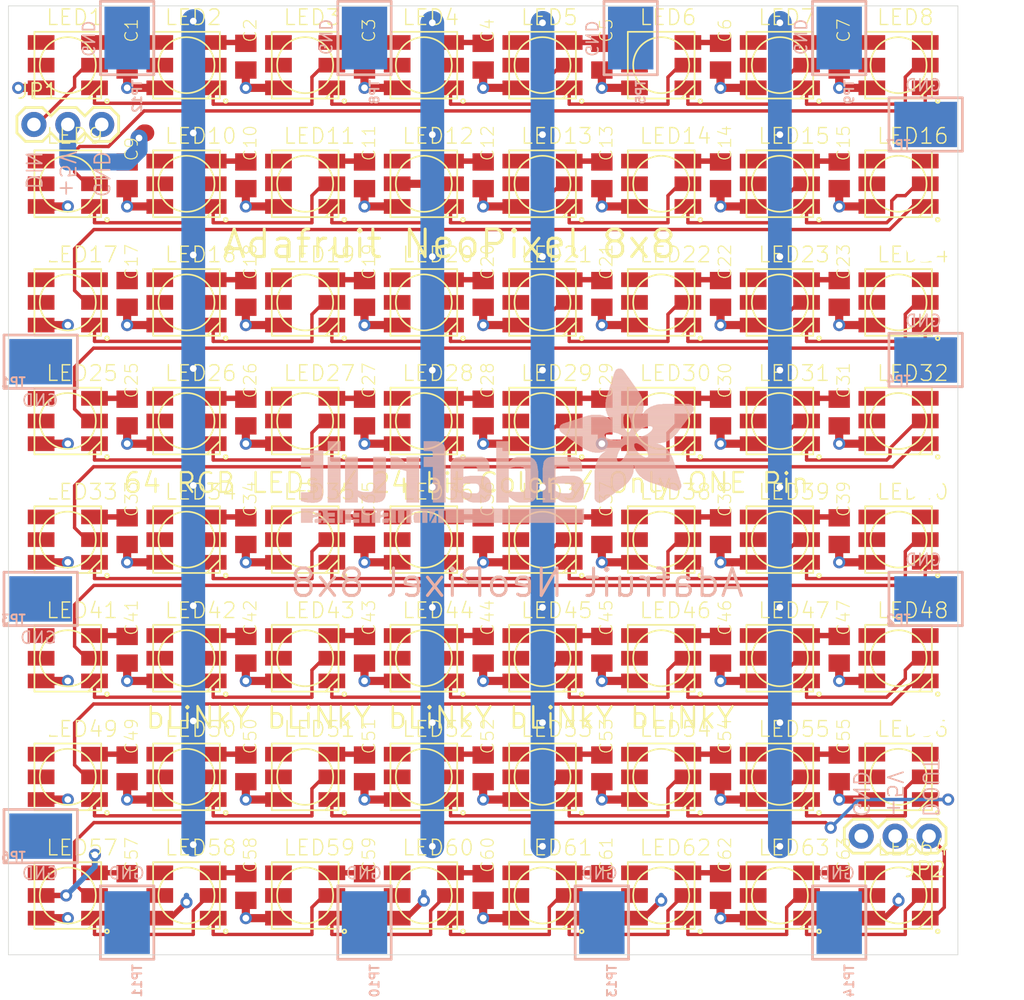
<source format=kicad_pcb>
(kicad_pcb (version 20211014) (generator pcbnew)
  (layers (0 "F.Cu" signal) (31 "B.Cu" signal) (34 "B.Paste" user) (35 "F.Paste" user) (36 "B.SilkS" user "B.Silkscreen") (37 "F.SilkS" user "F.Silkscreen") (38 "B.Mask" user) (39 "F.Mask" user) (44 "Edge.Cuts" user))
  (net 0 "")
  (net 1 "GND")
  (net 2 "N$33")
  (net 3 "N$34")
  (net 4 "N$35")
  (net 5 "N$36")
  (net 6 "N$37")
  (net 7 "N$38")
  (net 8 "N$39")
  (net 9 "N$40")
  (net 10 "N$41")
  (net 11 "N$42")
  (net 12 "N$43")
  (net 13 "N$44")
  (net 14 "N$45")
  (net 15 "N$46")
  (net 16 "N$47")
  (net 17 "N$48")
  (net 18 "N$49")
  (net 19 "N$50")
  (net 20 "N$51")
  (net 21 "N$52")
  (net 22 "N$53")
  (net 23 "N$54")
  (net 24 "N$55")
  (net 25 "N$56")
  (net 26 "N$57")
  (net 27 "N$58")
  (net 28 "N$59")
  (net 29 "N$60")
  (net 30 "N$93")
  (net 31 "N$94")
  (net 32 "N$95")
  (net 33 "N$96")
  (net 34 "N$97")
  (net 35 "N$98")
  (net 36 "N$99")
  (net 37 "N$100")
  (net 38 "N$101")
  (net 39 "N$102")
  (net 40 "N$103")
  (net 41 "N$104")
  (net 42 "N$105")
  (net 43 "N$106")
  (net 44 "N$107")
  (net 45 "N$108")
  (net 46 "N$109")
  (net 47 "N$110")
  (net 48 "N$111")
  (net 49 "N$112")
  (net 50 "N$113")
  (net 51 "N$114")
  (net 52 "N$115")
  (net 53 "N$116")
  (net 54 "N$117")
  (net 55 "N$118")
  (net 56 "N$119")
  (net 57 "N$120")
  (net 58 "VDD")
  (net 59 "N$2")
  (net 60 "N$3")
  (net 61 "N$4")
  (net 62 "N$5")
  (net 63 "N$6")
  (net 64 "N$7")
  (net 65 "N$8")
  (net 66 "N$1")
  (net 67 "N$9")
  (footprint "boardEagle:RCL_C0805K" (layer "F.Cu") (at 121.8311 108.8136 -90)
    (fp_text reference "C33")
    (fp_text value "")
  )
  (footprint "boardEagle:WS28115050" (layer "F.Cu") (at 117.3861 100.5586)
    (fp_text reference "LED25")
    (fp_text value "WS28115050")
  )
  (footprint "boardEagle:WS28115050" (layer "F.Cu") (at 135.1661 127.2286)
    (fp_text reference "LED51")
    (fp_text value "WS28115050")
  )
  (footprint "boardEagle:WS28115050" (layer "F.Cu") (at 144.0561 109.4486)
    (fp_text reference "LED36")
    (fp_text value "WS28115050")
  )
  (footprint "boardEagle:RCL_C0805K" (layer "F.Cu") (at 157.3911 73.2536 -90)
    (fp_text reference "C5")
    (fp_text value "")
  )
  (footprint "boardEagle:1X03" (layer "F.Cu") (at 181.9021 131.6736 180)
    (fp_text reference "JP2")
    (fp_text value "")
  )
  (footprint "boardEagle:WS28115050" (layer "F.Cu") (at 161.8361 127.2286)
    (fp_text reference "LED54")
    (fp_text value "WS28115050")
  )
  (footprint "boardEagle:WS28115050" (layer "F.Cu") (at 135.1661 91.6686)
    (fp_text reference "LED19")
    (fp_text value "WS28115050")
  )
  (footprint "boardEagle:WS28115050" (layer "F.Cu") (at 179.6161 127.2286)
    (fp_text reference "LED56")
    (fp_text value "WS28115050")
  )
  (footprint "boardEagle:WS28115050" (layer "F.Cu") (at 152.9461 118.3386)
    (fp_text reference "LED45")
    (fp_text value "WS28115050")
  )
  (footprint "boardEagle:WS28115050" (layer "F.Cu") (at 179.6161 82.7786)
    (fp_text reference "LED16")
    (fp_text value "WS28115050")
  )
  (footprint "boardEagle:WS28115050" (layer "F.Cu") (at 161.8361 100.5586)
    (fp_text reference "LED30")
    (fp_text value "WS28115050")
  )
  (footprint "boardEagle:WS28115050" (layer "F.Cu") (at 117.3861 136.1186)
    (fp_text reference "LED57")
    (fp_text value "WS28115050")
  )
  (footprint "boardEagle:WS28115050" (layer "F.Cu") (at 126.2761 109.4486)
    (fp_text reference "LED34")
    (fp_text value "WS28115050")
  )
  (footprint "boardEagle:WS28115050" (layer "F.Cu") (at 161.8361 136.1186)
    (fp_text reference "LED62")
    (fp_text value "WS28115050")
  )
  (footprint "boardEagle:RCL_C0805K" (layer "F.Cu") (at 166.2811 91.0336 -90)
    (fp_text reference "C22")
    (fp_text value "")
  )
  (footprint "boardEagle:WS28115050" (layer "F.Cu") (at 152.9461 91.6686)
    (fp_text reference "LED21")
    (fp_text value "WS28115050")
  )
  (footprint "boardEagle:RCL_C0805K" (layer "F.Cu") (at 130.7211 82.1436 -90)
    (fp_text reference "C10")
    (fp_text value "")
  )
  (footprint "boardEagle:RCL_C0805K" (layer "F.Cu") (at 175.1711 117.7036 -90)
    (fp_text reference "C47")
    (fp_text value "")
  )
  (footprint "boardEagle:RCL_C0805K" (layer "F.Cu") (at 148.5011 73.2536 -90)
    (fp_text reference "C4")
    (fp_text value "")
  )
  (footprint "boardEagle:WS28115050" (layer "F.Cu") (at 126.2761 136.1186)
    (fp_text reference "LED58")
    (fp_text value "WS28115050")
  )
  (footprint "boardEagle:RCL_C0805K" (layer "F.Cu") (at 148.5011 91.0336 -90)
    (fp_text reference "C20")
    (fp_text value "")
  )
  (footprint "boardEagle:RCL_C0805K" (layer "F.Cu") (at 121.8311 99.9236 -90)
    (fp_text reference "C25")
    (fp_text value "")
  )
  (footprint "boardEagle:WS28115050" (layer "F.Cu") (at 161.8361 109.4486)
    (fp_text reference "LED38")
    (fp_text value "WS28115050")
  )
  (footprint "boardEagle:RCL_C0805K" (layer "F.Cu") (at 175.1711 126.5936 -90)
    (fp_text reference "C55")
    (fp_text value "")
  )
  (footprint "boardEagle:RCL_C0805K" (layer "F.Cu") (at 130.7211 99.9236 -90)
    (fp_text reference "C26")
    (fp_text value "")
  )
  (footprint "boardEagle:WS28115050" (layer "F.Cu") (at 152.9461 100.5586)
    (fp_text reference "LED29")
    (fp_text value "WS28115050")
  )
  (footprint "boardEagle:RCL_C0805K" (layer "F.Cu") (at 139.6111 108.8136 -90)
    (fp_text reference "C35")
    (fp_text value "")
  )
  (footprint "boardEagle:RCL_C0805K" (layer "F.Cu") (at 175.1711 73.2536 -90)
    (fp_text reference "C7")
    (fp_text value "")
  )
  (footprint "boardEagle:RCL_C0805K" (layer "F.Cu") (at 166.2811 108.8136 -90)
    (fp_text reference "C38")
    (fp_text value "")
  )
  (footprint "boardEagle:WS28115050" (layer "F.Cu") (at 135.1661 118.3386)
    (fp_text reference "LED43")
    (fp_text value "WS28115050")
  )
  (footprint "boardEagle:FIDUCIAL_1MM" (layer "F.Cu") (at 115.4811 131.5466)
    (fp_text reference "FID3" hide)
    (fp_text value "FIDUCIAL\"\"" hide)
  )
  (footprint "boardEagle:WS28115050" (layer "F.Cu") (at 135.1661 73.8886)
    (fp_text reference "LED3")
    (fp_text value "WS28115050")
  )
  (footprint "boardEagle:WS28115050" (layer "F.Cu") (at 126.2761 91.6686)
    (fp_text reference "LED18")
    (fp_text value "WS28115050")
  )
  (footprint "boardEagle:RCL_C0805K" (layer "F.Cu") (at 148.5011 99.9236 -90)
    (fp_text reference "C28")
    (fp_text value "")
  )
  (footprint "boardEagle:WS28115050" (layer "F.Cu") (at 126.2761 82.7786)
    (fp_text reference "LED10")
    (fp_text value "WS28115050")
  )
  (footprint "boardEagle:WS28115050" (layer "F.Cu") (at 126.2761 118.3386)
    (fp_text reference "LED42")
    (fp_text value "WS28115050")
  )
  (footprint "boardEagle:WS28115050" (layer "F.Cu") (at 170.7261 118.3386)
    (fp_text reference "LED47")
    (fp_text value "WS28115050")
  )
  (footprint "boardEagle:RCL_C0805K" (layer "F.Cu") (at 166.2811 117.7036 -90)
    (fp_text reference "C46")
    (fp_text value "")
  )
  (footprint "boardEagle:WS28115050" (layer "F.Cu") (at 126.2761 127.2286)
    (fp_text reference "LED50")
    (fp_text value "WS28115050")
  )
  (footprint "boardEagle:WS28115050" (layer "F.Cu") (at 152.9461 73.8886)
    (fp_text reference "LED5")
    (fp_text value "WS28115050")
  )
  (footprint "boardEagle:RCL_C0805K" (layer "F.Cu") (at 130.7211 135.4836 -90)
    (fp_text reference "C58")
    (fp_text value "")
  )
  (footprint "boardEagle:WS28115050" (layer "F.Cu") (at 135.1661 100.5586)
    (fp_text reference "LED27")
    (fp_text value "WS28115050")
  )
  (footprint "boardEagle:RCL_C0805K" (layer "F.Cu") (at 157.3911 126.5936 -90)
    (fp_text reference "C53")
    (fp_text value "")
  )
  (footprint "boardEagle:WS28115050" (layer "F.Cu") (at 152.9461 136.1186)
    (fp_text reference "LED61")
    (fp_text value "WS28115050")
  )
  (footprint "boardEagle:WS28115050" (layer "F.Cu") (at 170.7261 136.1186)
    (fp_text reference "LED63")
    (fp_text value "WS28115050")
  )
  (footprint "boardEagle:RCL_C0805K" (layer "F.Cu") (at 175.1711 91.0336 -90)
    (fp_text reference "C23")
    (fp_text value "")
  )
  (footprint "boardEagle:WS28115050" (layer "F.Cu") (at 170.7261 109.4486)
    (fp_text reference "LED39")
    (fp_text value "WS28115050")
  )
  (footprint "boardEagle:WS28115050" (layer "F.Cu") (at 179.6161 136.1186)
    (fp_text reference "LED64")
    (fp_text value "WS28115050")
  )
  (footprint "boardEagle:RCL_C0805K" (layer "F.Cu") (at 157.3911 82.1436 -90)
    (fp_text reference "C13")
    (fp_text value "")
  )
  (footprint "boardEagle:RCL_C0805K" (layer "F.Cu") (at 139.6111 117.7036 -90)
    (fp_text reference "C43")
    (fp_text value "")
  )
  (footprint "boardEagle:WS28115050" (layer "F.Cu") (at 152.9461 127.2286)
    (fp_text reference "LED53")
    (fp_text value "WS28115050")
  )
  (footprint "boardEagle:FIDUCIAL_1MM" (layer "F.Cu") (at 115.7351 96.1136)
    (fp_text reference "FID2" hide)
    (fp_text value "FIDUCIAL\"\"" hide)
  )
  (footprint "boardEagle:RCL_C0805K" (layer "F.Cu") (at 130.7211 117.7036 -90)
    (fp_text reference "C42")
    (fp_text value "")
  )
  (footprint "boardEagle:WS28115050" (layer "F.Cu") (at 144.0561 82.7786)
    (fp_text reference "LED12")
    (fp_text value "WS28115050")
  )
  (footprint "boardEagle:WS28115050" (layer "F.Cu") (at 170.7261 91.6686)
    (fp_text reference "LED23")
    (fp_text value "WS28115050")
  )
  (footprint "boardEagle:RCL_C0805K" (layer "F.Cu") (at 130.7211 91.0336 -90)
    (fp_text reference "C18")
    (fp_text value "")
  )
  (footprint "boardEagle:WS28115050" (layer "F.Cu") (at 135.1661 109.4486)
    (fp_text reference "LED35")
    (fp_text value "WS28115050")
  )
  (footprint "boardEagle:FIDUCIAL_1MM" (layer "F.Cu") (at 182.4101 78.8416)
    (fp_text reference "FID1" hide)
    (fp_text value "FIDUCIAL\"\"" hide)
  )
  (footprint "boardEagle:RCL_C0805K" (layer "F.Cu") (at 130.7211 108.8136 -90)
    (fp_text reference "C34")
    (fp_text value "")
  )
  (footprint "boardEagle:WS28115050" (layer "F.Cu") (at 144.0561 100.5586)
    (fp_text reference "LED28")
    (fp_text value "WS28115050")
  )
  (footprint "boardEagle:WS28115050" (layer "F.Cu") (at 161.8361 73.8886)
    (fp_text reference "LED6")
    (fp_text value "WS28115050")
  )
  (footprint "boardEagle:RCL_C0805K" (layer "F.Cu") (at 130.7211 73.2536 -90)
    (fp_text reference "C2")
    (fp_text value "")
  )
  (footprint "boardEagle:RCL_C0805K" (layer "F.Cu") (at 139.6111 82.1436 -90)
    (fp_text reference "C11")
    (fp_text value "")
  )
  (footprint "boardEagle:WS28115050" (layer "F.Cu") (at 170.7261 100.5586)
    (fp_text reference "LED31")
    (fp_text value "WS28115050")
  )
  (footprint "" (layer "F.Cu") (at 115.4811 87.2236)
    (fp_text reference "@HOLE0" hide)
    (fp_text value "")
  )
  (footprint "boardEagle:WS28115050" (layer "F.Cu") (at 117.3861 73.8886)
    (fp_text reference "LED1")
    (fp_text value "WS28115050")
  )
  (footprint "boardEagle:RCL_C0805K" (layer "F.Cu") (at 166.2811 135.4836 -90)
    (fp_text reference "C62")
    (fp_text value "")
  )
  (footprint "boardEagle:WS28115050" (layer "F.Cu") (at 152.9461 109.4486)
    (fp_text reference "LED37")
    (fp_text value "WS28115050")
  )
  (footprint "boardEagle:RCL_C0805K" (layer "F.Cu") (at 157.3911 117.7036 -90)
    (fp_text reference "C45")
    (fp_text value "")
  )
  (footprint "boardEagle:RCL_C0805K" (layer "F.Cu") (at 148.5011 108.8136 -90)
    (fp_text reference "C36")
    (fp_text value "")
  )
  (footprint "" (layer "F.Cu") (at 181.5211 122.7836)
    (fp_text reference "@HOLE3" hide)
    (fp_text value "")
  )
  (footprint "boardEagle:RCL_C0805K" (layer "F.Cu") (at 139.6111 135.4836 -90)
    (fp_text reference "C59")
    (fp_text value "")
  )
  (footprint "boardEagle:WS28115050" (layer "F.Cu") (at 179.6161 109.4486)
    (fp_text reference "LED40")
    (fp_text value "WS28115050")
  )
  (footprint "boardEagle:RCL_C0805K" (layer "F.Cu") (at 139.6111 99.9236 -90)
    (fp_text reference "C27")
    (fp_text value "")
  )
  (footprint "boardEagle:RCL_C0805K" (layer "F.Cu") (at 166.2811 73.2536 -90)
    (fp_text reference "C6")
    (fp_text value "")
  )
  (footprint "boardEagle:WS28115050" (layer "F.Cu") (at 117.3861 127.2286)
    (fp_text reference "LED49")
    (fp_text value "WS28115050")
  )
  (footprint "boardEagle:WS28115050" (layer "F.Cu") (at 161.8361 91.6686)
    (fp_text reference "LED22")
    (fp_text value "WS28115050")
  )
  (footprint "boardEagle:RCL_C0805K" (layer "F.Cu") (at 157.3911 108.8136 -90)
    (fp_text reference "C37")
    (fp_text value "")
  )
  (footprint "boardEagle:RCL_C0805K" (layer "F.Cu") (at 121.8311 126.5936 -90)
    (fp_text reference "C49")
    (fp_text value "")
  )
  (footprint "boardEagle:WS28115050" (layer "F.Cu") (at 117.3861 82.7786)
    (fp_text reference "LED9")
    (fp_text value "WS28115050")
  )
  (footprint "boardEagle:WS28115050" (layer "F.Cu") (at 179.6161 91.6686)
    (fp_text reference "LED24")
    (fp_text value "WS28115050")
  )
  (footprint "boardEagle:WS28115050" (layer "F.Cu") (at 144.0561 136.1186)
    (fp_text reference "LED60")
    (fp_text value "WS28115050")
  )
  (footprint "boardEagle:RCL_C0805K" (layer "F.Cu") (at 148.5011 82.1436 -90)
    (fp_text reference "C12")
    (fp_text value "")
  )
  (footprint "boardEagle:WS28115050" (layer "F.Cu") (at 117.3861 91.6686)
    (fp_text reference "LED17")
    (fp_text value "WS28115050")
  )
  (footprint "boardEagle:RCL_C0805K" (layer "F.Cu") (at 175.1711 82.1436 -90)
    (fp_text reference "C15")
    (fp_text value "")
  )
  (footprint "boardEagle:RCL_C0805K" (layer "F.Cu") (at 121.8311 117.7036 -90)
    (fp_text reference "C41")
    (fp_text value "")
  )
  (footprint "boardEagle:RCL_C0805K" (layer "F.Cu") (at 166.2811 82.1436 -90)
    (fp_text reference "C14")
    (fp_text value "")
  )
  (footprint "boardEagle:RCL_C0805K" (layer "F.Cu") (at 139.6111 126.5936 -90)
    (fp_text reference "C51")
    (fp_text value "")
  )
  (footprint "boardEagle:RCL_C0805K" (layer "F.Cu") (at 166.2811 99.9236 -90)
    (fp_text reference "C30")
    (fp_text value "")
  )
  (footprint "boardEagle:RCL_C0805K" (layer "F.Cu") (at 148.5011 117.7036 -90)
    (fp_text reference "C44")
    (fp_text value "")
  )
  (footprint "boardEagle:RCL_C0805K" (layer "F.Cu") (at 139.6111 91.0336 -90)
    (fp_text reference "C19")
    (fp_text value "")
  )
  (footprint "boardEagle:RCL_C0805K" (layer "F.Cu") (at 121.8311 91.0336 -90)
    (fp_text reference "C17")
    (fp_text value "")
  )
  (footprint "" (layer "F.Cu") (at 115.4811 105.0036)
    (fp_text reference "@HOLE4" hide)
    (fp_text value "")
  )
  (footprint "boardEagle:WS28115050" (layer "F.Cu") (at 135.1661 136.1186)
    (fp_text reference "LED59")
    (fp_text value "WS28115050")
  )
  (footprint "boardEagle:WS28115050" (layer "F.Cu") (at 161.8361 82.7786)
    (fp_text reference "LED14")
    (fp_text value "WS28115050")
  )
  (footprint "boardEagle:WS28115050" (layer "F.Cu") (at 170.7261 73.8886)
    (fp_text reference "LED7")
    (fp_text value "WS28115050")
  )
  (footprint "boardEagle:RCL_C0805K" (layer "F.Cu") (at 130.7211 126.5936 -90)
    (fp_text reference "C50")
    (fp_text value "")
  )
  (footprint "boardEagle:RCL_C0805K" (layer "F.Cu") (at 148.5011 135.4836 -90)
    (fp_text reference "C60")
    (fp_text value "")
  )
  (footprint "boardEagle:WS28115050" (layer "F.Cu") (at 170.7261 82.7786)
    (fp_text reference "LED15")
    (fp_text value "WS28115050")
  )
  (footprint "boardEagle:RCL_C0805K" (layer "F.Cu") (at 175.1711 135.4836 -90)
    (fp_text reference "C63")
    (fp_text value "")
  )
  (footprint "boardEagle:WS28115050" (layer "F.Cu") (at 179.6161 118.3386)
    (fp_text reference "LED48")
    (fp_text value "WS28115050")
  )
  (footprint "boardEagle:RCL_C0805K" (layer "F.Cu") (at 157.3911 99.9236 -90)
    (fp_text reference "C29")
    (fp_text value "")
  )
  (footprint "boardEagle:1X03" (layer "F.Cu") (at 114.8461 78.3336)
    (fp_text reference "JP1")
    (fp_text value "")
  )
  (footprint "boardEagle:WS28115050" (layer "F.Cu") (at 144.0561 118.3386)
    (fp_text reference "LED44")
    (fp_text value "WS28115050")
  )
  (footprint "boardEagle:WS28115050" (layer "F.Cu") (at 135.1661 82.7786)
    (fp_text reference "LED11")
    (fp_text value "WS28115050")
  )
  (footprint "boardEagle:WS28115050" (layer "F.Cu") (at 144.0561 73.8886)
    (fp_text reference "LED4")
    (fp_text value "WS28115050")
  )
  (footprint "" (layer "F.Cu") (at 115.4811 122.7836)
    (fp_text reference "@HOLE2" hide)
    (fp_text value "")
  )
  (footprint "boardEagle:WS28115050" (layer "F.Cu") (at 152.9461 82.7786)
    (fp_text reference "LED13")
    (fp_text value "WS28115050")
  )
  (footprint "boardEagle:WS28115050" (layer "F.Cu") (at 179.6161 73.8886)
    (fp_text reference "LED8")
    (fp_text value "WS28115050")
  )
  (footprint "boardEagle:RCL_C0805K" (layer "F.Cu") (at 121.8311 73.2536 -90)
    (fp_text reference "C1")
    (fp_text value "")
  )
  (footprint "boardEagle:RCL_C0805K" (layer "F.Cu") (at 157.3911 135.4836 -90)
    (fp_text reference "C61")
    (fp_text value "")
  )
  (footprint "boardEagle:WS28115050" (layer "F.Cu") (at 117.3861 109.4486)
    (fp_text reference "LED33")
    (fp_text value "WS28115050")
  )
  (footprint "boardEagle:WS28115050" (layer "F.Cu") (at 126.2761 73.8886)
    (fp_text reference "LED2")
    (fp_text value "WS28115050")
  )
  (footprint "boardEagle:WS28115050" (layer "F.Cu") (at 144.0561 91.6686)
    (fp_text reference "LED20")
    (fp_text value "WS28115050")
  )
  (footprint "boardEagle:RCL_C0805K" (layer "F.Cu") (at 148.5011 126.5936 -90)
    (fp_text reference "C52")
    (fp_text value "")
  )
  (footprint "boardEagle:WS28115050" (layer "F.Cu") (at 126.2761 100.5586)
    (fp_text reference "LED26")
    (fp_text value "WS28115050")
  )
  (footprint "boardEagle:WS28115050" (layer "F.Cu") (at 161.8361 118.3386)
    (fp_text reference "LED46")
    (fp_text value "WS28115050")
  )
  (footprint "boardEagle:RCL_C0805K" (layer "F.Cu") (at 175.1711 108.8136 -90)
    (fp_text reference "C39")
    (fp_text value "")
  )
  (footprint "" (layer "F.Cu") (at 181.5211 87.2236)
    (fp_text reference "@HOLE1" hide)
    (fp_text value "")
  )
  (footprint "boardEagle:RCL_C0805K" (layer "F.Cu") (at 121.8311 82.1436 -90)
    (fp_text reference "C9")
    (fp_text value "")
  )
  (footprint "boardEagle:RCL_C0805K" (layer "F.Cu") (at 139.6111 73.2536 -90)
    (fp_text reference "C3")
    (fp_text value "")
  )
  (footprint "" (layer "F.Cu") (at 181.5211 105.0036)
    (fp_text reference "@HOLE5" hide)
    (fp_text value "")
  )
  (footprint "boardEagle:RCL_C0805K" (layer "F.Cu") (at 175.1711 99.9236 -90)
    (fp_text reference "C31")
    (fp_text value "")
  )
  (footprint "boardEagle:WS28115050" (layer "F.Cu") (at 179.6161 100.5586)
    (fp_text reference "LED32")
    (fp_text value "WS28115050")
  )
  (footprint "boardEagle:WS28115050" (layer "F.Cu") (at 117.3861 118.3386)
    (fp_text reference "LED41")
    (fp_text value "WS28115050")
  )
  (footprint "boardEagle:RCL_C0805K" (layer "F.Cu") (at 157.3911 91.0336 -90)
    (fp_text reference "C21")
    (fp_text value "")
  )
  (footprint "boardEagle:WS28115050" (layer "F.Cu") (at 170.7261 127.2286)
    (fp_text reference "LED55")
    (fp_text value "WS28115050")
  )
  (footprint "boardEagle:WS28115050" (layer "F.Cu") (at 144.0561 127.2286)
    (fp_text reference "LED52")
    (fp_text value "WS28115050")
  )
  (footprint "boardEagle:RCL_C0805K" (layer "F.Cu") (at 166.2811 126.5936 -90)
    (fp_text reference "C54")
    (fp_text value "")
  )
  (footprint "boardEagle:RCL_C0805K" (layer "F.Cu") (at 121.8311 135.4836 -90)
    (fp_text reference "C57")
    (fp_text value "")
  )
  (footprint "boardEagle:TESTPOINT_SMT" (layer "B.Cu") (at 121.8311 138.1506 -90)
    (fp_text reference "TP11")
    (fp_text value "")
  )
  (footprint "boardEagle:TESTPOINT_SMT" (layer "B.Cu") (at 115.3541 131.6736 180)
    (fp_text reference "TP6")
    (fp_text value "")
  )
  (footprint "boardEagle:TESTPOINT_SMT" (layer "B.Cu") (at 181.6481 113.8936 180)
    (fp_text reference "TP2")
    (fp_text value "")
  )
  (footprint "boardEagle:TESTPOINT_SMT" (layer "B.Cu") (at 139.6111 138.1506 -90)
    (fp_text reference "TP10")
    (fp_text value "")
  )
  (footprint "boardEagle:TESTPOINT_SMT" (layer "B.Cu") (at 159.5501 71.8566 -90)
    (fp_text reference "TP5")
    (fp_text value "")
  )
  (footprint "boardEagle:TESTPOINT_SMT" (layer "B.Cu") (at 121.8311 71.8566 -90)
    (fp_text reference "TP12")
    (fp_text value "")
  )
  (footprint "boardEagle:TESTPOINT_SMT" (layer "B.Cu") (at 175.1711 71.8566 -90)
    (fp_text reference "TP9")
    (fp_text value "")
  )
  (footprint "boardEagle:TESTPOINT_SMT" (layer "B.Cu") (at 115.3541 113.8936 180)
    (fp_text reference "TP3")
    (fp_text value "")
  )
  (footprint "boardEagle:ADAFRUIT_TEXT_30MM" (layer "B.Cu") (at 164.5031 108.1786 180)
    (fp_text reference "U$1" hide)
    (fp_text value "" hide)
  )
  (footprint "boardEagle:TESTPOINT_SMT" (layer "B.Cu") (at 181.6481 78.3336 180)
    (fp_text reference "TP7")
    (fp_text value "")
  )
  (footprint "boardEagle:TESTPOINT_SMT" (layer "B.Cu") (at 139.6111 71.8566 -90)
    (fp_text reference "TP8")
    (fp_text value "")
  )
  (footprint "boardEagle:TESTPOINT_SMT" (layer "B.Cu") (at 181.6481 95.9866 180)
    (fp_text reference "TP4")
    (fp_text value "")
  )
  (footprint "boardEagle:TESTPOINT_SMT" (layer "B.Cu") (at 157.3911 138.1506 -90)
    (fp_text reference "TP13")
    (fp_text value "")
  )
  (footprint "boardEagle:TESTPOINT_SMT" (layer "B.Cu") (at 175.1711 138.1506 -90)
    (fp_text reference "TP14")
    (fp_text value "")
  )
  (footprint "boardEagle:TESTPOINT_SMT" (layer "B.Cu") (at 115.3541 96.1136 180)
    (fp_text reference "TP1")
    (fp_text value "")
  )
  (gr_line (start 112.9411 69.4436) (end 112.9411 140.5636) (layer "Edge.Cuts") (width 0.05))
  (gr_line (start 184.0611 140.5636) (end 184.0611 69.4436) (layer "Edge.Cuts") (width 0.05))
  (gr_line (start 184.0611 69.4436) (end 112.9411 69.4436) (layer "Edge.Cuts") (width 0.05))
  (gr_line (start 112.9411 140.5636) (end 184.0611 140.5636) (layer "Edge.Cuts") (width 0.05))
  (gr_text "GND" (at 116.7511 99.5426) (layer "B.SilkS") (effects (font (size 0.89408 0.89408) (thickness 0.12192)) (justify left bottom mirror)))
  (gr_text "+5V" (at 178.6636 130.3401 -90) (layer "B.SilkS") (effects (font (size 1.143 1.143) (thickness 0.127)) (justify left bottom mirror)))
  (gr_text "GND" (at 120.5611 80.2386 -90) (layer "B.SilkS") (effects (font (size 1.143 1.143) (thickness 0.127)) (justify right top mirror)))
  (gr_text "GND" (at 182.9181 111.4806) (layer "B.SilkS") (effects (font (size 0.89408 0.89408) (thickness 0.12192)) (justify left bottom mirror)))
  (gr_text "Adafruit NeoPixel 8x8" (at 168.1861 113.8936) (layer "B.SilkS") (effects (font (size 2.0574 2.0574) (thickness 0.2286)) (justify left bottom mirror)))
  (gr_text "GND" (at 182.9181 75.9206) (layer "B.SilkS") (effects (font (size 0.89408 0.89408) (thickness 0.12192)) (justify left bottom mirror)))
  (gr_text "GND" (at 157.1371 70.4596 -90) (layer "B.SilkS") (effects (font (size 0.89408 0.89408) (thickness 0.12192)) (justify right top mirror)))
  (gr_text "GND" (at 182.9181 93.5736) (layer "B.SilkS") (effects (font (size 0.89408 0.89408) (thickness 0.12192)) (justify left bottom mirror)))
  (gr_text "DIN" (at 115.4811 80.2386 -90) (layer "B.SilkS") (effects (font (size 1.143 1.143) (thickness 0.127)) (justify right top mirror)))
  (gr_text "GND" (at 116.6241 117.3226) (layer "B.SilkS") (effects (font (size 0.89408 0.89408) (thickness 0.12192)) (justify left bottom mirror)))
  (gr_text "GND" (at 123.2281 134.9756) (layer "B.SilkS") (effects (font (size 0.89408 0.89408) (thickness 0.12192)) (justify left bottom mirror)))
  (gr_text "GND" (at 158.6611 134.9756) (layer "B.SilkS") (effects (font (size 0.89408 0.89408) (thickness 0.12192)) (justify left bottom mirror)))
  (gr_text "GND" (at 176.1236 130.3401 -90) (layer "B.SilkS") (effects (font (size 1.143 1.143) (thickness 0.127)) (justify left bottom mirror)))
  (gr_text "GND" (at 172.7581 70.3326 -90) (layer "B.SilkS") (effects (font (size 0.89408 0.89408) (thickness 0.12192)) (justify right top mirror)))
  (gr_text "DOUT" (at 181.3306 130.3401 -90) (layer "B.SilkS") (effects (font (size 1.143 1.143) (thickness 0.127)) (justify left bottom mirror)))
  (gr_text "GND" (at 137.1981 70.3326 -90) (layer "B.SilkS") (effects (font (size 0.89408 0.89408) (thickness 0.12192)) (justify right top mirror)))
  (gr_text "+5V" (at 118.0211 80.2386 -90) (layer "B.SilkS") (effects (font (size 1.143 1.143) (thickness 0.127)) (justify right top mirror)))
  (gr_text "GND" (at 176.4411 134.9756) (layer "B.SilkS") (effects (font (size 0.89408 0.89408) (thickness 0.12192)) (justify left bottom mirror)))
  (gr_text "GND" (at 116.7511 134.9756) (layer "B.SilkS") (effects (font (size 0.89408 0.89408) (thickness 0.12192)) (justify left bottom mirror)))
  (gr_text "GND" (at 141.0081 134.9756) (layer "B.SilkS") (effects (font (size 0.89408 0.89408) (thickness 0.12192)) (justify left bottom mirror)))
  (gr_text "GND" (at 119.4181 70.4596 -90) (layer "B.SilkS") (effects (font (size 0.89408 0.89408) (thickness 0.12192)) (justify right top mirror)))
  (gr_text "64 RGB LEDs / 24 bit Color / Only ONE Pin" (at 147.2311 105.1941) (layer "F.SilkS") (effects (font (size 1.4859 1.4859) (thickness 0.1651))))
  (gr_text "Adafruit NeoPixel 8x8" (at 128.8161 88.4936) (layer "F.SilkS") (effects (font (size 2.0574 2.0574) (thickness 0.2286)) (justify left bottom)))
  (gr_text "bLiNkY bLiNkY bLiNkY bLiNkY bLiNkY" (at 123.1011 123.7361) (layer "F.SilkS") (effects (font (size 1.6002 1.6002) (thickness 0.1778)) (justify left bottom)))
  (segment (start 175.1711 127.5936) (end 175.1711 128.9286) (width 0.6096) (layer "F.Cu") (net 1))
  (segment (start 115.3861 102.2586) (end 117.3861 102.2586) (width 0.6096) (layer "F.Cu") (net 1))
  (segment (start 175.1711 74.2536) (end 175.1711 75.5886) (width 0.6096) (layer "F.Cu") (net 1))
  (segment (start 121.8311 109.8136) (end 121.8311 111.1486) (width 0.6096) (layer "F.Cu") (net 1))
  (segment (start 148.5011 127.5936) (end 148.5011 128.9286) (width 0.6096) (layer "F.Cu") (net 1))
  (segment (start 130.7211 84.4786) (end 133.1661 84.4786) (width 0.6096) (layer "F.Cu") (net 1))
  (segment (start 130.7211 74.2536) (end 130.7211 75.5886) (width 0.6096) (layer "F.Cu") (net 1))
  (segment (start 157.3911 84.4786) (end 159.8361 84.4786) (width 0.6096) (layer "F.Cu") (net 1))
  (segment (start 139.6111 84.4786) (end 142.0561 84.4786) (width 0.6096) (layer "F.Cu") (net 1))
  (segment (start 115.3861 128.9286) (end 117.3861 128.9286) (width 0.6096) (layer "F.Cu") (net 1))
  (segment (start 130.7211 93.3686) (end 133.1661 93.3686) (width 0.6096) (layer "F.Cu") (net 1))
  (segment (start 121.8311 93.3686) (end 124.2761 93.3686) (width 0.6096) (layer "F.Cu") (net 1))
  (segment (start 130.7211 100.9236) (end 130.7211 102.2586) (width 0.6096) (layer "F.Cu") (net 1))
  (segment (start 139.6111 109.8136) (end 139.6111 111.1486) (width 0.6096) (layer "F.Cu") (net 1))
  (segment (start 175.1711 137.8186) (end 177.6161 137.8186) (width 0.6096) (layer "F.Cu") (net 1))
  (segment (start 157.3911 137.8186) (end 159.8361 137.8186) (width 0.6096) (layer "F.Cu") (net 1))
  (segment (start 166.2811 136.4836) (end 166.2811 137.8186) (width 0.6096) (layer "F.Cu") (net 1))
  (segment (start 115.3861 84.4786) (end 117.3861 84.4786) (width 0.6096) (layer "F.Cu") (net 1))
  (segment (start 148.5011 120.0386) (end 150.9461 120.0386) (width 0.6096) (layer "F.Cu") (net 1))
  (segment (start 175.1711 120.0386) (end 177.6161 120.0386) (width 0.6096) (layer "F.Cu") (net 1))
  (segment (start 139.6111 127.5936) (end 139.6111 128.9286) (width 0.6096) (layer "F.Cu") (net 1))
  (segment (start 166.2811 102.2586) (end 168.7261 102.2586) (width 0.6096) (layer "F.Cu") (net 1))
  (segment (start 157.3911 83.1436) (end 157.3911 84.4786) (width 0.6096) (layer "F.Cu") (net 1))
  (segment (start 166.2811 118.7036) (end 166.2811 120.0386) (width 0.6096) (layer "F.Cu") (net 1))
  (segment (start 148.5011 92.0336) (end 148.5011 93.3686) (width 0.6096) (layer "F.Cu") (net 1))
  (segment (start 166.2811 92.0336) (end 166.2811 93.3686) (width 0.6096) (layer "F.Cu") (net 1))
  (segment (start 130.7211 92.0336) (end 130.7211 93.3686) (width 0.6096) (layer "F.Cu") (net 1))
  (segment (start 142.0561 137.8186) (end 142.7371 137.8186) (width 0.4064) (layer "F.Cu") (net 1))
  (segment (start 148.5011 128.9286) (end 150.9461 128.9286) (width 0.6096) (layer "F.Cu") (net 1))
  (segment (start 166.2811 100.9236) (end 166.2811 102.2586) (width 0.6096) (layer "F.Cu") (net 1))
  (segment (start 178.5511 137.8186) (end 179.6161 136.7536) (width 0.4064) (layer "F.Cu") (net 1))
  (segment (start 148.5011 74.2536) (end 148.5011 75.5886) (width 0.6096) (layer "F.Cu") (net 1))
  (segment (start 166.2811 75.5886) (end 168.7261 75.5886) (width 0.6096) (layer "F.Cu") (net 1))
  (segment (start 130.7211 120.0386) (end 133.1661 120.0386) (width 0.6096) (layer "F.Cu") (net 1))
  (segment (start 175.1711 111.1486) (end 177.6161 111.1486) (width 0.6096) (layer "F.Cu") (net 1))
  (segment (start 177.6161 137.8186) (end 178.5511 137.8186) (width 0.4064) (layer "F.Cu") (net 1))
  (segment (start 157.3911 75.5886) (end 159.8361 75.5886) (width 0.6096) (layer "F.Cu") (net 1))
  (segment (start 148.5011 102.2586) (end 150.9461 102.2586) (width 0.6096) (layer "F.Cu") (net 1))
  (segment (start 157.3911 100.9236) (end 157.3911 102.2586) (width 0.6096) (layer "F.Cu") (net 1))
  (segment (start 121.8311 74.2536) (end 121.8311 75.5886) (width 0.6096) (layer "F.Cu") (net 1))
  (segment (start 142.7371 137.8186) (end 144.0561 136.4996) (width 0.4064) (layer "F.Cu") (net 1))
  (segment (start 166.2811 109.8136) (end 166.2811 111.1486) (width 0.6096) (layer "F.Cu") (net 1))
  (segment (start 115.3861 111.1486) (end 117.3861 111.1486) (width 0.6096) (layer "F.Cu") (net 1))
  (segment (start 130.7211 83.1436) (end 130.7211 84.4786) (width 0.6096) (layer "F.Cu") (net 1))
  (segment (start 148.5011 118.7036) (end 148.5011 120.0386) (width 0.6096) (layer "F.Cu") (net 1))
  (segment (start 175.1711 75.5886) (end 177.6161 75.5886) (width 0.6096) (layer "F.Cu") (net 1))
  (segment (start 175.1711 83.1436) (end 175.1711 84.4786) (width 0.6096) (layer "F.Cu") (net 1))
  (segment (start 157.3911 93.3686) (end 159.8361 93.3686) (width 0.6096) (layer "F.Cu") (net 1))
  (segment (start 175.1711 93.3686) (end 177.6161 93.3686) (width 0.6096) (layer "F.Cu") (net 1))
  (segment (start 148.5011 93.3686) (end 150.9461 93.3686) (width 0.6096) (layer "F.Cu") (net 1))
  (segment (start 148.5011 137.8186) (end 150.9461 137.8186) (width 0.6096) (layer "F.Cu") (net 1))
  (segment (start 121.8311 120.0386) (end 124.2761 120.0386) (width 0.6096) (layer "F.Cu") (net 1))
  (segment (start 139.6111 100.9236) (end 139.6111 102.2586) (width 0.6096) (layer "F.Cu") (net 1))
  (segment (start 148.5011 111.1486) (end 150.9461 111.1486) (width 0.6096) (layer "F.Cu") (net 1))
  (segment (start 175.1711 118.7036) (end 175.1711 120.0386) (width 0.6096) (layer "F.Cu") (net 1))
  (segment (start 121.8311 84.4786) (end 124.2761 84.4786) (width 0.6096) (layer "F.Cu") (net 1))
  (segment (start 166.2811 111.1486) (end 168.7261 111.1486) (width 0.6096) (layer "F.Cu") (net 1))
  (segment (start 175.1711 136.4836) (end 175.1711 137.8186) (width 0.6096) (layer "F.Cu") (net 1))
  (segment (start 175.1711 92.0336) (end 175.1711 93.3686) (width 0.6096) (layer "F.Cu") (net 1))
  (segment (start 166.2811 83.1436) (end 166.2811 84.4786) (width 0.6096) (layer "F.Cu") (net 1))
  (segment (start 115.3861 120.0386) (end 117.3861 120.0386) (width 0.6096) (layer "F.Cu") (net 1))
  (segment (start 148.5011 136.4836) (end 148.5011 137.8186) (width 0.6096) (layer "F.Cu") (net 1))
  (segment (start 179.6161 136.7536) (end 179.6161 136.4996) (width 0.4064) (layer "F.Cu") (net 1))
  (segment (start 121.8311 128.9286) (end 124.2761 128.9286) (width 0.6096) (layer "F.Cu") (net 1))
  (segment (start 130.7211 128.9286) (end 133.1661 128.9286) (width 0.6096) (layer "F.Cu") (net 1))
  (segment (start 157.3911 92.0336) (end 157.3911 93.3686) (width 0.6096) (layer "F.Cu") (net 1))
  (segment (start 166.2811 128.9286) (end 168.7261 128.9286) (width 0.6096) (layer "F.Cu") (net 1))
  (segment (start 130.7211 109.8136) (end 130.7211 111.1486) (width 0.6096) (layer "F.Cu") (net 1))
  (segment (start 148.5011 83.1436) (end 148.5011 84.4786) (width 0.6096) (layer "F.Cu") (net 1))
  (segment (start 166.2811 74.2536) (end 166.2811 75.5886) (width 0.6096) (layer "F.Cu") (net 1))
  (segment (start 121.8311 137.8186) (end 124.2761 137.8186) (width 0.6096) (layer "F.Cu") (net 1))
  (segment (start 124.2761 137.8186) (end 125.0841 137.8186) (width 0.4064) (layer "F.Cu") (net 1))
  (segment (start 157.3911 111.1486) (end 159.8361 111.1486) (width 0.6096) (layer "F.Cu") (net 1))
  (segment (start 130.7211 137.8186) (end 133.1661 137.8186) (width 0.6096) (layer "F.Cu") (net 1))
  (segment (start 139.6111 83.1436) (end 139.6111 84.4786) (width 0.6096) (layer "F.Cu") (net 1))
  (segment (start 139.6111 137.8186) (end 142.0561 137.8186) (width 0.6096) (layer "F.Cu") (net 1))
  (segment (start 130.7211 127.5936) (end 130.7211 128.9286) (width 0.6096) (layer "F.Cu") (net 1))
  (segment (start 157.3911 102.2586) (end 159.8361 102.2586) (width 0.6096) (layer "F.Cu") (net 1))
  (segment (start 115.3861 75.5886) (end 113.6716 75.5886) (width 0.6096) (layer "F.Cu") (net 1))
  (segment (start 130.7211 75.5886) (end 133.1661 75.5886) (width 0.6096) (layer "F.Cu") (net 1))
  (segment (start 115.3861 137.8186) (end 117.3861 137.8186) (width 0.6096) (layer "F.Cu") (net 1))
  (segment (start 139.6111 93.3686) (end 142.0561 93.3686) (width 0.6096) (layer "F.Cu") (net 1))
  (segment (start 121.8311 136.4836) (end 121.8311 137.8186) (width 0.6096) (layer "F.Cu") (net 1))
  (segment (start 166.2811 120.0386) (end 168.7261 120.0386) (width 0.6096) (layer "F.Cu") (net 1))
  (segment (start 121.8311 75.5886) (end 124.2761 75.5886) (width 0.6096) (layer "F.Cu") (net 1))
  (segment (start 121.8311 100.9236) (end 121.8311 102.2586) (width 0.6096) (layer "F.Cu") (net 1))
  (segment (start 157.3911 74.2536) (end 157.3911 75.5886) (width 0.6096) (layer "F.Cu") (net 1))
  (segment (start 157.3911 128.9286) (end 159.8361 128.9286) (width 0.6096) (layer "F.Cu") (net 1))
  (segment (start 160.5171 137.8186) (end 161.8361 136.4996) (width 0.4064) (layer "F.Cu") (net 1))
  (segment (start 148.5011 75.5886) (end 150.9461 75.5886) (width 0.6096) (layer "F.Cu") (net 1))
  (segment (start 139.6111 128.9286) (end 142.0561 128.9286) (width 0.6096) (layer "F.Cu") (net 1))
  (segment (start 130.7211 136.4836) (end 130.7211 137.8186) (width 0.6096) (layer "F.Cu") (net 1))
  (segment (start 166.2811 84.4786) (end 168.7261 84.4786) (width 0.6096) (layer "F.Cu") (net 1))
  (segment (start 139.6111 102.2586) (end 142.0561 102.2586) (width 0.6096) (layer "F.Cu") (net 1))
  (segment (start 157.3911 109.8136) (end 157.3911 111.1486) (width 0.6096) (layer "F.Cu") (net 1))
  (segment (start 121.8311 127.5936) (end 121.8311 128.9286) (width 0.6096) (layer "F.Cu") (net 1))
  (segment (start 175.1711 109.8136) (end 175.1711 111.1486) (width 0.6096) (layer "F.Cu") (net 1))
  (segment (start 166.2811 93.3686) (end 168.7261 93.3686) (width 0.6096) (layer "F.Cu") (net 1))
  (segment (start 130.7211 118.7036) (end 130.7211 120.0386) (width 0.6096) (layer "F.Cu") (net 1))
  (segment (start 139.6111 111.1486) (end 142.0561 111.1486) (width 0.6096) (layer "F.Cu") (net 1))
  (segment (start 139.6111 75.5886) (end 142.0561 75.5886) (width 0.6096) (layer "F.Cu") (net 1))
  (segment (start 148.5011 109.8136) (end 148.5011 111.1486) (width 0.6096) (layer "F.Cu") (net 1))
  (segment (start 139.6111 118.7036) (end 139.6111 120.0386) (width 0.6096) (layer "F.Cu") (net 1))
  (segment (start 148.5011 100.9236) (end 148.5011 102.2586) (width 0.6096) (layer "F.Cu") (net 1))
  (segment (start 166.2811 137.8186) (end 168.7261 137.8186) (width 0.6096) (layer "F.Cu") (net 1))
  (segment (start 139.6111 74.2536) (end 139.6111 75.5886) (width 0.6096) (layer "F.Cu") (net 1))
  (segment (start 175.1711 84.4786) (end 177.6161 84.4786) (width 0.6096) (layer "F.Cu") (net 1))
  (segment (start 139.6111 120.0386) (end 142.0561 120.0386) (width 0.6096) (layer "F.Cu") (net 1))
  (segment (start 166.2811 127.5936) (end 166.2811 128.9286) (width 0.6096) (layer "F.Cu") (net 1))
  (segment (start 130.7211 111.1486) (end 133.1661 111.1486) (width 0.6096) (layer "F.Cu") (net 1))
  (segment (start 175.1711 102.2586) (end 177.6161 102.2586) (width 0.6096) (layer "F.Cu") (net 1))
  (segment (start 139.6111 136.4836) (end 139.6111 137.8186) (width 0.6096) (layer "F.Cu") (net 1))
  (segment (start 175.1711 100.9236) (end 175.1711 102.2586) (width 0.6096) (layer "F.Cu") (net 1))
  (segment (start 175.1711 128.9286) (end 177.6161 128.9286) (width 0.6096) (layer "F.Cu") (net 1))
  (segment (start 115.3861 93.3686) (end 117.3861 93.3686) (width 0.6096) (layer "F.Cu") (net 1))
  (segment (start 121.8311 92.0336) (end 121.8311 93.3686) (width 0.6096) (layer "F.Cu") (net 1))
  (segment (start 121.8311 111.1486) (end 124.2761 111.1486) (width 0.6096) (layer "F.Cu") (net 1))
  (segment (start 121.8311 83.1436) (end 121.8311 84.4786) (width 0.6096) (layer "F.Cu") (net 1))
  (segment (start 121.8311 102.2586) (end 124.2761 102.2586) (width 0.6096) (layer "F.Cu") (net 1))
  (segment (start 130.7211 102.2586) (end 133.1661 102.2586) (width 0.6096) (layer "F.Cu") (net 1))
  (segment (start 125.0841 137.8186) (end 126.2761 136.6266) (width 0.4064) (layer "F.Cu") (net 1))
  (segment (start 121.8311 118.7036) (end 121.8311 120.0386) (width 0.6096) (layer "F.Cu") (net 1))
  (segment (start 157.3911 136.4836) (end 157.3911 137.8186) (width 0.6096) (layer "F.Cu") (net 1))
  (segment (start 157.3911 120.0386) (end 159.8361 120.0386) (width 0.6096) (layer "F.Cu") (net 1))
  (segment (start 157.3911 127.5936) (end 157.3911 128.9286) (width 0.6096) (layer "F.Cu") (net 1))
  (segment (start 157.3911 118.7036) (end 157.3911 120.0386) (width 0.6096) (layer "F.Cu") (net 1))
  (segment (start 159.8361 137.8186) (end 160.5171 137.8186) (width 0.4064) (layer "F.Cu") (net 1))
  (segment (start 148.5011 84.4786) (end 150.9461 84.4786) (width 0.6096) (layer "F.Cu") (net 1))
  (segment (start 139.6111 92.0336) (end 139.6111 93.3686) (width 0.6096) (layer "F.Cu") (net 1))
  (via (at 175.1711 102.2586) (size 0.9064) (drill 0.5) (layers "F.Cu" "B.Cu") (net 1))
  (via (at 139.6111 93.3686) (size 0.9064) (drill 0.5) (layers "F.Cu" "B.Cu") (net 1))
  (via (at 166.2811 75.5886) (size 0.9064) (drill 0.5) (layers "F.Cu" "B.Cu") (net 1))
  (via (at 139.6111 84.4786) (size 0.9064) (drill 0.5) (layers "F.Cu" "B.Cu") (net 1))
  (via (at 157.3911 75.5886) (size 0.9064) (drill 0.5) (layers "F.Cu" "B.Cu") (net 1))
  (via (at 148.5011 111.1486) (size 0.9064) (drill 0.5) (layers "F.Cu" "B.Cu") (net 1))
  (via (at 126.2761 136.6266) (size 0.9064) (drill 0.5) (layers "F.Cu" "B.Cu") (net 1))
  (via (at 148.5011 137.8186) (size 0.9064) (drill 0.5) (layers "F.Cu" "B.Cu") (net 1))
  (via (at 139.6111 128.9286) (size 0.9064) (drill 0.5) (layers "F.Cu" "B.Cu") (net 1))
  (via (at 157.3911 84.4786) (size 0.9064) (drill 0.5) (layers "F.Cu" "B.Cu") (net 1))
  (via (at 121.8311 111.1486) (size 0.9064) (drill 0.5) (layers "F.Cu" "B.Cu") (net 1))
  (via (at 157.3911 111.1486) (size 0.9064) (drill 0.5) (layers "F.Cu" "B.Cu") (net 1))
  (via (at 157.3911 102.2586) (size 0.9064) (drill 0.5) (layers "F.Cu" "B.Cu") (net 1))
  (via (at 161.8361 136.4996) (size 0.9064) (drill 0.5) (layers "F.Cu" "B.Cu") (net 1))
  (via (at 130.7211 93.3686) (size 0.9064) (drill 0.5) (layers "F.Cu" "B.Cu") (net 1))
  (via (at 157.3911 120.0386) (size 0.9064) (drill 0.5) (layers "F.Cu" "B.Cu") (net 1))
  (via (at 166.2811 128.9286) (size 0.9064) (drill 0.5) (layers "F.Cu" "B.Cu") (net 1))
  (via (at 130.7211 137.8186) (size 0.9064) (drill 0.5) (layers "F.Cu" "B.Cu") (net 1))
  (via (at 175.1711 93.3686) (size 0.9064) (drill 0.5) (layers "F.Cu" "B.Cu") (net 1))
  (via (at 130.7211 75.5886) (size 0.9064) (drill 0.5) (layers "F.Cu" "B.Cu") (net 1))
  (via (at 166.2811 111.1486) (size 0.9064) (drill 0.5) (layers "F.Cu" "B.Cu") (net 1))
  (via (at 121.8311 102.2586) (size 0.9064) (drill 0.5) (layers "F.Cu" "B.Cu") (net 1))
  (via (at 175.1711 75.5886) (size 0.9064) (drill 0.5) (layers "F.Cu" "B.Cu") (net 1))
  (via (at 117.3861 128.9286) (size 0.9064) (drill 0.5) (layers "F.Cu" "B.Cu") (net 1))
  (via (at 148.5011 102.2586) (size 0.9064) (drill 0.5) (layers "F.Cu" "B.Cu") (net 1))
  (via (at 139.6111 111.1486) (size 0.9064) (drill 0.5) (layers "F.Cu" "B.Cu") (net 1))
  (via (at 148.5011 128.9286) (size 0.9064) (drill 0.5) (layers "F.Cu" "B.Cu") (net 1))
  (via (at 130.7211 111.1486) (size 0.9064) (drill 0.5) (layers "F.Cu" "B.Cu") (net 1))
  (via (at 148.5011 93.3686) (size 0.9064) (drill 0.5) (layers "F.Cu" "B.Cu") (net 1))
  (via (at 121.8311 75.5886) (size 0.9064) (drill 0.5) (layers "F.Cu" "B.Cu") (net 1))
  (via (at 130.7211 120.0386) (size 0.9064) (drill 0.5) (layers "F.Cu" "B.Cu") (net 1))
  (via (at 121.8311 120.0386) (size 0.9064) (drill 0.5) (layers "F.Cu" "B.Cu") (net 1))
  (via (at 139.6111 120.0386) (size 0.9064) (drill 0.5) (layers "F.Cu" "B.Cu") (net 1))
  (via (at 117.3861 120.0386) (size 0.9064) (drill 0.5) (layers "F.Cu" "B.Cu") (net 1))
  (via (at 117.3861 84.4786) (size 0.9064) (drill 0.5) (layers "F.Cu" "B.Cu") (net 1))
  (via (at 117.3861 93.3686) (size 0.9064) (drill 0.5) (layers "F.Cu" "B.Cu") (net 1))
  (via (at 117.3861 102.2586) (size 0.9064) (drill 0.5) (layers "F.Cu" "B.Cu") (net 1))
  (via (at 121.8311 93.3686) (size 0.9064) (drill 0.5) (layers "F.Cu" "B.Cu") (net 1))
  (via (at 166.2811 120.0386) (size 0.9064) (drill 0.5) (layers "F.Cu" "B.Cu") (net 1))
  (via (at 157.3911 128.9286) (size 0.9064) (drill 0.5) (layers "F.Cu" "B.Cu") (net 1))
  (via (at 117.3861 137.8186) (size 0.9064) (drill 0.5) (layers "F.Cu" "B.Cu") (net 1))
  (via (at 144.0561 136.4996) (size 0.9064) (drill 0.5) (layers "F.Cu" "B.Cu") (net 1))
  (via (at 175.1711 128.9286) (size 0.9064) (drill 0.5) (layers "F.Cu" "B.Cu") (net 1))
  (via (at 139.6111 102.2586) (size 0.9064) (drill 0.5) (layers "F.Cu" "B.Cu") (net 1))
  (via (at 130.7211 128.9286) (size 0.9064) (drill 0.5) (layers "F.Cu" "B.Cu") (net 1))
  (via (at 113.6716 75.5886) (size 0.9064) (drill 0.5) (layers "F.Cu" "B.Cu") (net 1))
  (via (at 121.8311 128.9286) (size 0.9064) (drill 0.5) (layers "F.Cu" "B.Cu") (net 1))
  (via (at 175.1711 111.1486) (size 0.9064) (drill 0.5) (layers "F.Cu" "B.Cu") (net 1))
  (via (at 166.2811 102.2586) (size 0.9064) (drill 0.5) (layers "F.Cu" "B.Cu") (net 1))
  (via (at 166.2811 84.4786) (size 0.9064) (drill 0.5) (layers "F.Cu" "B.Cu") (net 1))
  (via (at 166.2811 93.3686) (size 0.9064) (drill 0.5) (layers "F.Cu" "B.Cu") (net 1))
  (via (at 157.3911 93.3686) (size 0.9064) (drill 0.5) (layers "F.Cu" "B.Cu") (net 1))
  (via (at 130.7211 84.4786) (size 0.9064) (drill 0.5) (layers "F.Cu" "B.Cu") (net 1))
  (via (at 130.7211 102.2586) (size 0.9064) (drill 0.5) (layers "F.Cu" "B.Cu") (net 1))
  (via (at 148.5011 120.0386) (size 0.9064) (drill 0.5) (layers "F.Cu" "B.Cu") (net 1))
  (via (at 139.6111 75.5886) (size 0.9064) (drill 0.5) (layers "F.Cu" "B.Cu") (net 1))
  (via (at 148.5011 84.4786) (size 0.9064) (drill 0.5) (layers "F.Cu" "B.Cu") (net 1))
  (via (at 121.8311 84.4786) (size 0.9064) (drill 0.5) (layers "F.Cu" "B.Cu") (net 1))
  (via (at 117.3861 111.1486) (size 0.9064) (drill 0.5) (layers "F.Cu" "B.Cu") (net 1))
  (via (at 175.1711 120.0386) (size 0.9064) (drill 0.5) (layers "F.Cu" "B.Cu") (net 1))
  (via (at 175.1711 84.4786) (size 0.9064) (drill 0.5) (layers "F.Cu" "B.Cu") (net 1))
  (via (at 166.2811 137.8186) (size 0.9064) (drill 0.5) (layers "F.Cu" "B.Cu") (net 1))
  (via (at 148.5011 75.5886) (size 0.9064) (drill 0.5) (layers "F.Cu" "B.Cu") (net 1))
  (via (at 179.6161 136.4996) (size 0.9064) (drill 0.5) (layers "F.Cu" "B.Cu") (net 1))
  (segment (start 161.8361 136.4996) (end 161.8361 136.1186) (width 0.4064) (layer "B.Cu") (net 1))
  (segment (start 179.6161 136.4996) (end 179.6161 136.1186) (width 0.4064) (layer "B.Cu") (net 1))
  (segment (start 126.2761 136.6266) (end 126.2761 136.1186) (width 0.4064) (layer "B.Cu") (net 1))
  (segment (start 144.0561 136.4996) (end 144.0561 135.8646) (width 0.4064) (layer "B.Cu") (net 1))
  (segment (start 126.7841 94.5896) (end 119.3861 94.5896) (width 0.254) (layer "F.Cu") (net 2))
  (segment (start 126.7841 92.566625) (end 126.7841 94.5896) (width 0.254) (layer "F.Cu") (net 2))
  (segment (start 128.2761 91.6686) (end 127.682125 91.6686) (width 0.254) (layer "F.Cu") (net 2))
  (segment (start 127.682125 91.6686) (end 126.7841 92.566625) (width 0.254) (layer "F.Cu") (net 2))
  (segment (start 119.3861 94.5896) (end 119.3861 93.3686) (width 0.254) (layer "F.Cu") (net 2))
  (segment (start 126.7841 101.4476) (end 126.7841 103.4796) (width 0.254) (layer "F.Cu") (net 3))
  (segment (start 128.2761 100.5586) (end 127.6731 100.5586) (width 0.254) (layer "F.Cu") (net 3))
  (segment (start 127.6731 100.5586) (end 126.7841 101.4476) (width 0.254) (layer "F.Cu") (net 3))
  (segment (start 119.3861 103.4796) (end 119.3861 102.2586) (width 0.254) (layer "F.Cu") (net 3))
  (segment (start 126.7841 103.4796) (end 119.3861 103.4796) (width 0.254) (layer "F.Cu") (net 3))
  (segment (start 128.2761 103.4796) (end 128.2761 102.2586) (width 0.254) (layer "F.Cu") (net 4))
  (segment (start 135.6741 101.4476) (end 135.6741 103.4796) (width 0.254) (layer "F.Cu") (net 4))
  (segment (start 135.6741 103.4796) (end 128.2761 103.4796) (width 0.254) (layer "F.Cu") (net 4))
  (segment (start 137.1661 100.5586) (end 136.5631 100.5586) (width 0.254) (layer "F.Cu") (net 4))
  (segment (start 136.5631 100.5586) (end 135.6741 101.4476) (width 0.254) (layer "F.Cu") (net 4))
  (segment (start 135.6741 74.7776) (end 135.6741 76.8096) (width 0.254) (layer "F.Cu") (net 5))
  (segment (start 128.2761 76.8096) (end 135.6741 76.8096) (width 0.254) (layer "F.Cu") (net 5))
  (segment (start 128.2761 75.5886) (end 128.2761 76.8096) (width 0.254) (layer "F.Cu") (net 5))
  (segment (start 136.5631 73.8886) (end 135.6741 74.7776) (width 0.254) (layer "F.Cu") (net 5))
  (segment (start 137.1661 73.8886) (end 136.5631 73.8886) (width 0.254) (layer "F.Cu") (net 5))
  (segment (start 137.1661 75.5886) (end 137.1661 76.8096) (width 0.254) (layer "F.Cu") (net 6))
  (segment (start 144.5641 74.786625) (end 144.5641 76.8096) (width 0.254) (layer "F.Cu") (net 6))
  (segment (start 146.0561 73.8886) (end 145.462125 73.8886) (width 0.254) (layer "F.Cu") (net 6))
  (segment (start 137.1661 76.8096) (end 144.5641 76.8096) (width 0.254) (layer "F.Cu") (net 6))
  (segment (start 145.462125 73.8886) (end 144.5641 74.786625) (width 0.254) (layer "F.Cu") (net 6))
  (segment (start 153.4541 74.786625) (end 153.4541 76.8096) (width 0.254) (layer "F.Cu") (net 7))
  (segment (start 154.9461 73.8886) (end 154.352125 73.8886) (width 0.254) (layer "F.Cu") (net 7))
  (segment (start 146.0561 76.8096) (end 153.4541 76.8096) (width 0.254) (layer "F.Cu") (net 7))
  (segment (start 154.352125 73.8886) (end 153.4541 74.786625) (width 0.254) (layer "F.Cu") (net 7))
  (segment (start 146.0561 75.5886) (end 146.0561 76.8096) (width 0.254) (layer "F.Cu") (net 7))
  (segment (start 163.242125 73.8886) (end 162.3441 74.786625) (width 0.254) (layer "F.Cu") (net 8))
  (segment (start 163.8361 73.8886) (end 163.242125 73.8886) (width 0.254) (layer "F.Cu") (net 8))
  (segment (start 154.9461 75.5886) (end 154.9461 76.8096) (width 0.254) (layer "F.Cu") (net 8))
  (segment (start 154.9461 76.8096) (end 162.3441 76.8096) (width 0.254) (layer "F.Cu") (net 8))
  (segment (start 162.3441 74.786625) (end 162.3441 76.8096) (width 0.254) (layer "F.Cu") (net 8))
  (segment (start 171.2341 74.7776) (end 171.2341 76.8096) (width 0.254) (layer "F.Cu") (net 9))
  (segment (start 163.8361 75.5886) (end 163.8361 76.8096) (width 0.254) (layer "F.Cu") (net 9))
  (segment (start 163.8361 76.8096) (end 171.2341 76.8096) (width 0.254) (layer "F.Cu") (net 9))
  (segment (start 172.7261 73.8886) (end 172.1231 73.8886) (width 0.254) (layer "F.Cu") (net 9))
  (segment (start 172.1231 73.8886) (end 171.2341 74.7776) (width 0.254) (layer "F.Cu") (net 9))
  (segment (start 172.7261 76.8096) (end 180.1241 76.8096) (width 0.254) (layer "F.Cu") (net 10))
  (segment (start 181.0131 73.8886) (end 180.1241 74.7776) (width 0.254) (layer "F.Cu") (net 10))
  (segment (start 180.1241 74.7776) (end 180.1241 76.8096) (width 0.254) (layer "F.Cu") (net 10))
  (segment (start 172.7261 75.5886) (end 172.7261 76.8096) (width 0.254) (layer "F.Cu") (net 10))
  (segment (start 181.6161 73.8886) (end 181.0131 73.8886) (width 0.254) (layer "F.Cu") (net 10))
  (segment (start 128.2761 84.4786) (end 128.2761 85.6996) (width 0.254) (layer "F.Cu") (net 11))
  (segment (start 137.1661 82.7786) (end 136.5631 82.7786) (width 0.254) (layer "F.Cu") (net 11))
  (segment (start 128.2761 85.6996) (end 135.6741 85.6996) (width 0.254) (layer "F.Cu") (net 11))
  (segment (start 135.6741 83.6676) (end 135.6741 85.6996) (width 0.254) (layer "F.Cu") (net 11))
  (segment (start 136.5631 82.7786) (end 135.6741 83.6676) (width 0.254) (layer "F.Cu") (net 11))
  (segment (start 144.5641 83.6676) (end 144.5641 85.6996) (width 0.254) (layer "F.Cu") (net 12))
  (segment (start 145.4531 82.7786) (end 144.5641 83.6676) (width 0.254) (layer "F.Cu") (net 12))
  (segment (start 137.1661 84.4786) (end 137.1661 85.6996) (width 0.254) (layer "F.Cu") (net 12))
  (segment (start 137.1661 85.6996) (end 144.5641 85.6996) (width 0.254) (layer "F.Cu") (net 12))
  (segment (start 146.0561 82.7786) (end 145.4531 82.7786) (width 0.254) (layer "F.Cu") (net 12))
  (segment (start 154.3431 82.7786) (end 153.4541 83.6676) (width 0.254) (layer "F.Cu") (net 13))
  (segment (start 153.4541 83.6676) (end 153.4541 85.6996) (width 0.254) (layer "F.Cu") (net 13))
  (segment (start 146.0561 84.4786) (end 146.0561 85.6996) (width 0.254) (layer "F.Cu") (net 13))
  (segment (start 154.9461 82.7786) (end 154.3431 82.7786) (width 0.254) (layer "F.Cu") (net 13))
  (segment (start 153.4541 85.6996) (end 146.0561 85.6996) (width 0.254) (layer "F.Cu") (net 13))
  (segment (start 163.2331 82.7786) (end 162.3441 83.6676) (width 0.254) (layer "F.Cu") (net 14))
  (segment (start 162.3441 85.6996) (end 154.9461 85.6996) (width 0.254) (layer "F.Cu") (net 14))
  (segment (start 154.9461 84.4786) (end 154.9461 85.6996) (width 0.254) (layer "F.Cu") (net 14))
  (segment (start 163.8361 82.7786) (end 163.2331 82.7786) (width 0.254) (layer "F.Cu") (net 14))
  (segment (start 162.3441 83.6676) (end 162.3441 85.6996) (width 0.254) (layer "F.Cu") (net 14))
  (segment (start 163.8361 84.4786) (end 163.8361 85.6996) (width 0.254) (layer "F.Cu") (net 15))
  (segment (start 172.1231 82.7786) (end 171.2341 83.6676) (width 0.254) (layer "F.Cu") (net 15))
  (segment (start 171.2341 83.6676) (end 171.2341 85.6996) (width 0.254) (layer "F.Cu") (net 15))
  (segment (start 171.2341 85.6996) (end 163.8361 85.6996) (width 0.254) (layer "F.Cu") (net 15))
  (segment (start 172.7261 82.7786) (end 172.1231 82.7786) (width 0.254) (layer "F.Cu") (net 15))
  (segment (start 179.4891 83.6676) (end 180.1241 83.6676) (width 0.254) (layer "F.Cu") (net 16))
  (segment (start 181.6161 82.7786) (end 181.0131 82.7786) (width 0.254) (layer "F.Cu") (net 16))
  (segment (start 178.7271 85.6996) (end 179.1081 85.3186) (width 0.254) (layer "F.Cu") (net 16))
  (segment (start 178.7271 85.6996) (end 172.7261 85.6996) (width 0.254) (layer "F.Cu") (net 16))
  (segment (start 179.1081 84.0486) (end 179.4891 83.6676) (width 0.254) (layer "F.Cu") (net 16))
  (segment (start 179.1081 85.3186) (end 179.1081 84.0486) (width 0.254) (layer "F.Cu") (net 16))
  (segment (start 181.0131 82.7786) (end 180.1241 83.6676) (width 0.254) (layer "F.Cu") (net 16))
  (segment (start 172.7261 84.4786) (end 172.7261 85.6996) (width 0.254) (layer "F.Cu") (net 16))
  (segment (start 128.2761 94.5896) (end 128.2761 93.3686) (width 0.254) (layer "F.Cu") (net 17))
  (segment (start 136.572125 91.6686) (end 135.6741 92.566625) (width 0.254) (layer "F.Cu") (net 17))
  (segment (start 137.1661 91.6686) (end 136.572125 91.6686) (width 0.254) (layer "F.Cu") (net 17))
  (segment (start 135.6741 94.5896) (end 128.2761 94.5896) (width 0.254) (layer "F.Cu") (net 17))
  (segment (start 135.6741 92.566625) (end 135.6741 94.5896) (width 0.254) (layer "F.Cu") (net 17))
  (segment (start 145.488672 91.6686) (end 144.5641 92.593172) (width 0.254) (layer "F.Cu") (net 18))
  (segment (start 144.5641 92.593172) (end 144.5641 94.5896) (width 0.254) (layer "F.Cu") (net 18))
  (segment (start 146.0561 91.6686) (end 145.488672 91.6686) (width 0.254) (layer "F.Cu") (net 18))
  (segment (start 137.1661 94.5896) (end 137.1661 93.3686) (width 0.254) (layer "F.Cu") (net 18))
  (segment (start 144.5641 94.5896) (end 137.1661 94.5896) (width 0.254) (layer "F.Cu") (net 18))
  (segment (start 154.9461 91.6686) (end 154.352125 91.6686) (width 0.254) (layer "F.Cu") (net 19))
  (segment (start 146.0561 94.5896) (end 146.0561 93.3686) (width 0.254) (layer "F.Cu") (net 19))
  (segment (start 153.4541 94.5896) (end 146.0561 94.5896) (width 0.254) (layer "F.Cu") (net 19))
  (segment (start 154.352125 91.6686) (end 153.4541 92.566625) (width 0.254) (layer "F.Cu") (net 19))
  (segment (start 153.4541 92.566625) (end 153.4541 94.5896) (width 0.254) (layer "F.Cu") (net 19))
  (segment (start 163.8361 91.6686) (end 163.2331 91.6686) (width 0.254) (layer "F.Cu") (net 20))
  (segment (start 154.9461 94.5896) (end 154.9461 93.3686) (width 0.254) (layer "F.Cu") (net 20))
  (segment (start 163.2331 91.6686) (end 162.3441 92.5576) (width 0.254) (layer "F.Cu") (net 20))
  (segment (start 162.3441 94.5896) (end 154.9461 94.5896) (width 0.254) (layer "F.Cu") (net 20))
  (segment (start 162.3441 92.5576) (end 162.3441 94.5896) (width 0.254) (layer "F.Cu") (net 20))
  (segment (start 163.8361 94.5896) (end 163.8361 93.3686) (width 0.254) (layer "F.Cu") (net 21))
  (segment (start 172.7261 91.6686) (end 172.132125 91.6686) (width 0.254) (layer "F.Cu") (net 21))
  (segment (start 172.132125 91.6686) (end 171.2341 92.566625) (width 0.254) (layer "F.Cu") (net 21))
  (segment (start 171.2341 92.566625) (end 171.2341 94.5896) (width 0.254) (layer "F.Cu") (net 21))
  (segment (start 171.2341 94.5896) (end 163.8361 94.5896) (width 0.254) (layer "F.Cu") (net 21))
  (segment (start 180.1241 94.5896) (end 172.7261 94.5896) (width 0.254) (layer "F.Cu") (net 22))
  (segment (start 180.1241 92.5576) (end 180.1241 94.5896) (width 0.254) (layer "F.Cu") (net 22))
  (segment (start 172.7261 94.5896) (end 172.7261 93.3686) (width 0.254) (layer "F.Cu") (net 22))
  (segment (start 181.0131 91.6686) (end 180.1241 92.5576) (width 0.254) (layer "F.Cu") (net 22))
  (segment (start 181.6161 91.6686) (end 181.0131 91.6686) (width 0.254) (layer "F.Cu") (net 22))
  (segment (start 146.0561 100.5586) (end 145.4531 100.5586) (width 0.254) (layer "F.Cu") (net 23))
  (segment (start 137.1661 103.4796) (end 137.1661 102.2586) (width 0.254) (layer "F.Cu") (net 23))
  (segment (start 144.5641 103.4796) (end 137.1661 103.4796) (width 0.254) (layer "F.Cu") (net 23))
  (segment (start 144.5641 101.4476) (end 144.5641 103.4796) (width 0.254) (layer "F.Cu") (net 23))
  (segment (start 145.4531 100.5586) (end 144.5641 101.4476) (width 0.254) (layer "F.Cu") (net 23))
  (segment (start 153.4541 103.4796) (end 146.0561 103.4796) (width 0.254) (layer "F.Cu") (net 24))
  (segment (start 146.0561 103.4796) (end 146.0561 102.2586) (width 0.254) (layer "F.Cu") (net 24))
  (segment (start 154.3431 100.5586) (end 153.4541 101.4476) (width 0.254) (layer "F.Cu") (net 24))
  (segment (start 153.4541 101.4476) (end 153.4541 103.4796) (width 0.254) (layer "F.Cu") (net 24))
  (segment (start 154.9461 100.5586) (end 154.3431 100.5586) (width 0.254) (layer "F.Cu") (net 24))
  (segment (start 154.9461 103.4796) (end 154.9461 102.2586) (width 0.254) (layer "F.Cu") (net 25))
  (segment (start 163.8361 100.5586) (end 163.2331 100.5586) (width 0.254) (layer "F.Cu") (net 25))
  (segment (start 162.3441 101.4476) (end 162.3441 103.4796) (width 0.254) (layer "F.Cu") (net 25))
  (segment (start 162.3441 103.4796) (end 154.9461 103.4796) (width 0.254) (layer "F.Cu") (net 25))
  (segment (start 163.2331 100.5586) (end 162.3441 101.4476) (width 0.254) (layer "F.Cu") (net 25))
  (segment (start 172.1231 100.5586) (end 171.2341 101.4476) (width 0.254) (layer "F.Cu") (net 26))
  (segment (start 171.2341 103.4796) (end 163.8361 103.4796) (width 0.254) (layer "F.Cu") (net 26))
  (segment (start 172.7261 100.5586) (end 172.1231 100.5586) (width 0.254) (layer "F.Cu") (net 26))
  (segment (start 163.8361 103.4796) (end 163.8361 102.2586) (width 0.254) (layer "F.Cu") (net 26))
  (segment (start 171.2341 101.4476) (end 171.2341 103.4796) (width 0.254) (layer "F.Cu") (net 26))
  (segment (start 178.9811 103.2256) (end 178.7271 103.4796) (width 0.254) (layer "F.Cu") (net 27))
  (segment (start 178.9811 102.5906) (end 178.9811 103.2256) (width 0.254) (layer "F.Cu") (net 27))
  (segment (start 181.0131 100.5586) (end 178.9811 102.5906) (width 0.254) (layer "F.Cu") (net 27))
  (segment (start 181.6161 100.5586) (end 181.0131 100.5586) (width 0.254) (layer "F.Cu") (net 27))
  (segment (start 172.7261 103.4796) (end 172.7261 102.2586) (width 0.254) (layer "F.Cu") (net 27))
  (segment (start 178.7271 103.4796) (end 172.7261 103.4796) (width 0.254) (layer "F.Cu") (net 27))
  (segment (start 127.6731 73.8886) (end 128.2761 73.8886) (width 0.254) (layer "F.Cu") (net 28))
  (segment (start 119.3861 75.5886) (end 119.3861 76.7461) (width 0.254) (layer "F.Cu") (net 28))
  (segment (start 119.3861 76.7461) (end 126.7841 76.7461) (width 0.254) (layer "F.Cu") (net 28))
  (segment (start 126.7841 74.7776) (end 127.6731 73.8886) (width 0.254) (layer "F.Cu") (net 28))
  (segment (start 126.7841 76.7461) (end 126.7841 74.7776) (width 0.254) (layer "F.Cu") (net 28))
  (segment (start 126.7841 83.676625) (end 126.7841 85.6996) (width 0.254) (layer "F.Cu") (net 29))
  (segment (start 127.682125 82.7786) (end 126.7841 83.676625) (width 0.254) (layer "F.Cu") (net 29))
  (segment (start 128.2761 82.7786) (end 127.682125 82.7786) (width 0.254) (layer "F.Cu") (net 29))
  (segment (start 119.3861 84.4786) (end 119.3861 85.6996) (width 0.254) (layer "F.Cu") (net 29))
  (segment (start 119.3861 85.6996) (end 126.7841 85.6996) (width 0.254) (layer "F.Cu") (net 29))
  (segment (start 128.2761 127.2286) (end 127.6731 127.2286) (width 0.254) (layer "F.Cu") (net 30))
  (segment (start 119.3861 130.1496) (end 119.3861 128.9286) (width 0.254) (layer "F.Cu") (net 30))
  (segment (start 126.7841 128.1176) (end 126.7841 130.1496) (width 0.254) (layer "F.Cu") (net 30))
  (segment (start 127.6731 127.2286) (end 126.7841 128.1176) (width 0.254) (layer "F.Cu") (net 30))
  (segment (start 126.7841 130.1496) (end 119.3861 130.1496) (width 0.254) (layer "F.Cu") (net 30))
  (segment (start 128.2761 136.1186) (end 127.936125 136.1186) (width 0.254) (layer "F.Cu") (net 31))
  (segment (start 119.3861 139.0396) (end 119.3861 137.8186) (width 0.254) (layer "F.Cu") (net 31))
  (segment (start 126.7841 137.270625) (end 126.7841 139.0396) (width 0.254) (layer "F.Cu") (net 31))
  (segment (start 127.936125 136.1186) (end 126.7841 137.270625) (width 0.254) (layer "F.Cu") (net 31))
  (segment (start 126.7841 139.0396) (end 119.3861 139.0396) (width 0.254) (layer "F.Cu") (net 31))
  (segment (start 136.5631 136.1186) (end 135.6741 137.0076) (width 0.254) (layer "F.Cu") (net 32))
  (segment (start 135.6741 139.0396) (end 128.2761 139.0396) (width 0.254) (layer "F.Cu") (net 32))
  (segment (start 137.1661 136.1186) (end 136.5631 136.1186) (width 0.254) (layer "F.Cu") (net 32))
  (segment (start 128.2761 139.0396) (end 128.2761 137.8186) (width 0.254) (layer "F.Cu") (net 32))
  (segment (start 135.6741 137.0076) (end 135.6741 139.0396) (width 0.254) (layer "F.Cu") (net 32))
  (segment (start 137.1661 109.4486) (end 136.5631 109.4486) (width 0.254) (layer "F.Cu") (net 33))
  (segment (start 135.6741 110.3376) (end 135.6741 112.3696) (width 0.254) (layer "F.Cu") (net 33))
  (segment (start 135.6741 112.3696) (end 128.2761 112.3696) (width 0.254) (layer "F.Cu") (net 33))
  (segment (start 128.2761 112.3696) (end 128.2761 111.1486) (width 0.254) (layer "F.Cu") (net 33))
  (segment (start 136.5631 109.4486) (end 135.6741 110.3376) (width 0.254) (layer "F.Cu") (net 33))
  (segment (start 137.1661 112.3696) (end 137.1661 111.1486) (width 0.254) (layer "F.Cu") (net 34))
  (segment (start 145.4531 109.4486) (end 144.5641 110.3376) (width 0.254) (layer "F.Cu") (net 34))
  (segment (start 146.0561 109.4486) (end 145.4531 109.4486) (width 0.254) (layer "F.Cu") (net 34))
  (segment (start 144.5641 110.3376) (end 144.5641 112.3696) (width 0.254) (layer "F.Cu") (net 34))
  (segment (start 144.5641 112.3696) (end 137.1661 112.3696) (width 0.254) (layer "F.Cu") (net 34))
  (segment (start 153.4541 112.3696) (end 146.0561 112.3696) (width 0.254) (layer "F.Cu") (net 35))
  (segment (start 154.3431 109.4486) (end 153.4541 110.3376) (width 0.254) (layer "F.Cu") (net 35))
  (segment (start 154.9461 109.4486) (end 154.3431 109.4486) (width 0.254) (layer "F.Cu") (net 35))
  (segment (start 146.0561 112.3696) (end 146.0561 111.1486) (width 0.254) (layer "F.Cu") (net 35))
  (segment (start 153.4541 110.3376) (end 153.4541 112.3696) (width 0.254) (layer "F.Cu") (net 35))
  (segment (start 162.3441 110.3376) (end 162.3441 112.3696) (width 0.254) (layer "F.Cu") (net 36))
  (segment (start 162.3441 112.3696) (end 154.9461 112.3696) (width 0.254) (layer "F.Cu") (net 36))
  (segment (start 163.2331 109.4486) (end 162.3441 110.3376) (width 0.254) (layer "F.Cu") (net 36))
  (segment (start 154.9461 112.3696) (end 154.9461 111.1486) (width 0.254) (layer "F.Cu") (net 36))
  (segment (start 163.8361 109.4486) (end 163.2331 109.4486) (width 0.254) (layer "F.Cu") (net 36))
  (segment (start 171.2341 110.3376) (end 171.2341 112.3696) (width 0.254) (layer "F.Cu") (net 37))
  (segment (start 171.2341 112.3696) (end 163.8361 112.3696) (width 0.254) (layer "F.Cu") (net 37))
  (segment (start 172.7261 109.4486) (end 172.1231 109.4486) (width 0.254) (layer "F.Cu") (net 37))
  (segment (start 172.1231 109.4486) (end 171.2341 110.3376) (width 0.254) (layer "F.Cu") (net 37))
  (segment (start 163.8361 112.3696) (end 163.8361 111.1486) (width 0.254) (layer "F.Cu") (net 37))
  (segment (start 180.1241 112.3696) (end 172.7261 112.3696) (width 0.254) (layer "F.Cu") (net 38))
  (segment (start 181.0131 109.4486) (end 180.1241 110.3376) (width 0.254) (layer "F.Cu") (net 38))
  (segment (start 181.6161 109.4486) (end 181.0131 109.4486) (width 0.254) (layer "F.Cu") (net 38))
  (segment (start 172.7261 112.3696) (end 172.7261 111.1486) (width 0.254) (layer "F.Cu") (net 38))
  (segment (start 180.1241 110.3376) (end 180.1241 112.3696) (width 0.254) (layer "F.Cu") (net 38))
  (segment (start 135.6741 119.2276) (end 135.6741 121.2596) (width 0.254) (layer "F.Cu") (net 39))
  (segment (start 136.5631 118.3386) (end 135.6741 119.2276) (width 0.254) (layer "F.Cu") (net 39))
  (segment (start 137.1661 118.3386) (end 136.5631 118.3386) (width 0.254) (layer "F.Cu") (net 39))
  (segment (start 135.6741 121.2596) (end 128.2761 121.2596) (width 0.254) (layer "F.Cu") (net 39))
  (segment (start 128.2761 121.2596) (end 128.2761 120.0386) (width 0.254) (layer "F.Cu") (net 39))
  (segment (start 144.5641 121.2596) (end 137.1661 121.2596) (width 0.254) (layer "F.Cu") (net 40))
  (segment (start 137.1661 121.2596) (end 137.1661 120.0386) (width 0.254) (layer "F.Cu") (net 40))
  (segment (start 144.5641 119.2276) (end 144.5641 121.2596) (width 0.254) (layer "F.Cu") (net 40))
  (segment (start 145.4531 118.3386) (end 144.5641 119.2276) (width 0.254) (layer "F.Cu") (net 40))
  (segment (start 146.0561 118.3386) (end 145.4531 118.3386) (width 0.254) (layer "F.Cu") (net 40))
  (segment (start 154.3431 118.3386) (end 153.4541 119.2276) (width 0.254) (layer "F.Cu") (net 41))
  (segment (start 153.4541 121.2596) (end 146.0561 121.2596) (width 0.254) (layer "F.Cu") (net 41))
  (segment (start 154.9461 118.3386) (end 154.3431 118.3386) (width 0.254) (layer "F.Cu") (net 41))
  (segment (start 146.0561 121.2596) (end 146.0561 120.0386) (width 0.254) (layer "F.Cu") (net 41))
  (segment (start 153.4541 119.2276) (end 153.4541 121.2596) (width 0.254) (layer "F.Cu") (net 41))
  (segment (start 163.2331 118.3386) (end 162.3441 119.2276) (width 0.254) (layer "F.Cu") (net 42))
  (segment (start 163.8361 118.3386) (end 163.2331 118.3386) (width 0.254) (layer "F.Cu") (net 42))
  (segment (start 154.9461 121.2596) (end 154.9461 120.0386) (width 0.254) (layer "F.Cu") (net 42))
  (segment (start 162.3441 119.2276) (end 162.3441 121.2596) (width 0.254) (layer "F.Cu") (net 42))
  (segment (start 162.3441 121.2596) (end 154.9461 121.2596) (width 0.254) (layer "F.Cu") (net 42))
  (segment (start 172.7261 118.3386) (end 172.1231 118.3386) (width 0.254) (layer "F.Cu") (net 43))
  (segment (start 171.2341 119.2276) (end 171.2341 121.2596) (width 0.254) (layer "F.Cu") (net 43))
  (segment (start 171.2341 121.2596) (end 163.8361 121.2596) (width 0.254) (layer "F.Cu") (net 43))
  (segment (start 163.8361 121.2596) (end 163.8361 120.0386) (width 0.254) (layer "F.Cu") (net 43))
  (segment (start 172.1231 118.3386) (end 171.2341 119.2276) (width 0.254) (layer "F.Cu") (net 43))
  (segment (start 178.7271 121.2596) (end 172.7261 121.2596) (width 0.254) (layer "F.Cu") (net 44))
  (segment (start 181.6161 118.3386) (end 181.0131 118.3386) (width 0.254) (layer "F.Cu") (net 44))
  (segment (start 172.7261 121.2596) (end 172.7261 120.0386) (width 0.254) (layer "F.Cu") (net 44))
  (segment (start 180.1241 119.2276) (end 180.1241 119.8626) (width 0.254) (layer "F.Cu") (net 44))
  (segment (start 180.1241 119.8626) (end 178.7271 121.2596) (width 0.254) (layer "F.Cu") (net 44))
  (segment (start 181.0131 118.3386) (end 180.1241 119.2276) (width 0.254) (layer "F.Cu") (net 44))
  (segment (start 135.6741 128.1176) (end 135.6741 130.1496) (width 0.254) (layer "F.Cu") (net 45))
  (segment (start 135.6741 130.1496) (end 128.2761 130.1496) (width 0.254) (layer "F.Cu") (net 45))
  (segment (start 128.2761 130.1496) (end 128.2761 128.9286) (width 0.254) (layer "F.Cu") (net 45))
  (segment (start 137.1661 127.2286) (end 136.5631 127.2286) (width 0.254) (layer "F.Cu") (net 45))
  (segment (start 136.5631 127.2286) (end 135.6741 128.1176) (width 0.254) (layer "F.Cu") (net 45))
  (segment (start 144.5641 130.1496) (end 137.1661 130.1496) (width 0.254) (layer "F.Cu") (net 46))
  (segment (start 146.0561 127.2286) (end 145.4531 127.2286) (width 0.254) (layer "F.Cu") (net 46))
  (segment (start 145.4531 127.2286) (end 144.5641 128.1176) (width 0.254) (layer "F.Cu") (net 46))
  (segment (start 137.1661 130.1496) (end 137.1661 128.9286) (width 0.254) (layer "F.Cu") (net 46))
  (segment (start 144.5641 128.1176) (end 144.5641 130.1496) (width 0.254) (layer "F.Cu") (net 46))
  (segment (start 153.4541 128.1176) (end 153.4541 130.1496) (width 0.254) (layer "F.Cu") (net 47))
  (segment (start 146.0561 130.1496) (end 146.0561 128.9286) (width 0.254) (layer "F.Cu") (net 47))
  (segment (start 153.4541 130.1496) (end 146.0561 130.1496) (width 0.254) (layer "F.Cu") (net 47))
  (segment (start 154.3431 127.2286) (end 153.4541 128.1176) (width 0.254) (layer "F.Cu") (net 47))
  (segment (start 154.9461 127.2286) (end 154.3431 127.2286) (width 0.254) (layer "F.Cu") (net 47))
  (segment (start 162.3441 128.1176) (end 162.3441 130.1496) (width 0.254) (layer "F.Cu") (net 48))
  (segment (start 163.8361 127.2286) (end 163.2331 127.2286) (width 0.254) (layer "F.Cu") (net 48))
  (segment (start 163.2331 127.2286) (end 162.3441 128.1176) (width 0.254) (layer "F.Cu") (net 48))
  (segment (start 154.9461 130.1496) (end 154.9461 128.9286) (width 0.254) (layer "F.Cu") (net 48))
  (segment (start 162.3441 130.1496) (end 154.9461 130.1496) (width 0.254) (layer "F.Cu") (net 48))
  (segment (start 171.2341 130.1496) (end 163.8361 130.1496) (width 0.254) (layer "F.Cu") (net 49))
  (segment (start 172.1231 127.2286) (end 171.2341 128.1176) (width 0.254) (layer "F.Cu") (net 49))
  (segment (start 172.7261 127.2286) (end 172.1231 127.2286) (width 0.254) (layer "F.Cu") (net 49))
  (segment (start 171.2341 128.1176) (end 171.2341 130.1496) (width 0.254) (layer "F.Cu") (net 49))
  (segment (start 163.8361 130.1496) (end 163.8361 128.9286) (width 0.254) (layer "F.Cu") (net 49))
  (segment (start 180.1241 128.1176) (end 180.1241 130.1496) (width 0.254) (layer "F.Cu") (net 50))
  (segment (start 181.6161 127.2286) (end 181.0131 127.2286) (width 0.254) (layer "F.Cu") (net 50))
  (segment (start 172.7261 130.1496) (end 172.7261 128.9286) (width 0.254) (layer "F.Cu") (net 50))
  (segment (start 180.1241 130.1496) (end 172.7261 130.1496) (width 0.254) (layer "F.Cu") (net 50))
  (segment (start 181.0131 127.2286) (end 180.1241 128.1176) (width 0.254) (layer "F.Cu") (net 50))
  (segment (start 144.5641 139.0396) (end 137.1661 139.0396) (width 0.254) (layer "F.Cu") (net 51))
  (segment (start 137.1661 139.0396) (end 137.1661 137.8186) (width 0.254) (layer "F.Cu") (net 51))
  (segment (start 144.5641 137.2616) (end 144.5641 139.0396) (width 0.254) (layer "F.Cu") (net 51))
  (segment (start 145.7071 136.1186) (end 144.5641 137.2616) (width 0.254) (layer "F.Cu") (net 51))
  (segment (start 146.0561 136.1186) (end 145.7071 136.1186) (width 0.254) (layer "F.Cu") (net 51))
  (segment (start 154.3431 136.1186) (end 153.4541 137.0076) (width 0.254) (layer "F.Cu") (net 52))
  (segment (start 146.0561 139.0396) (end 146.0561 137.8186) (width 0.254) (layer "F.Cu") (net 52))
  (segment (start 154.9461 136.1186) (end 154.3431 136.1186) (width 0.254) (layer "F.Cu") (net 52))
  (segment (start 153.4541 139.0396) (end 146.0561 139.0396) (width 0.254) (layer "F.Cu") (net 52))
  (segment (start 153.4541 137.0076) (end 153.4541 139.0396) (width 0.254) (layer "F.Cu") (net 52))
  (segment (start 162.3441 139.0396) (end 154.9461 139.0396) (width 0.254) (layer "F.Cu") (net 53))
  (segment (start 163.4871 136.1186) (end 162.3441 137.2616) (width 0.254) (layer "F.Cu") (net 53))
  (segment (start 154.9461 139.0396) (end 154.9461 137.8186) (width 0.254) (layer "F.Cu") (net 53))
  (segment (start 163.8361 136.1186) (end 163.4871 136.1186) (width 0.254) (layer "F.Cu") (net 53))
  (segment (start 162.3441 137.2616) (end 162.3441 139.0396) (width 0.254) (layer "F.Cu") (net 53))
  (segment (start 172.7261 136.1186) (end 172.1231 136.1186) (width 0.254) (layer "F.Cu") (net 54))
  (segment (start 171.2341 139.0396) (end 163.8361 139.0396) (width 0.254) (layer "F.Cu") (net 54))
  (segment (start 163.8361 139.0396) (end 163.8361 137.8186) (width 0.254) (layer "F.Cu") (net 54))
  (segment (start 171.2341 137.0076) (end 171.2341 139.0396) (width 0.254) (layer "F.Cu") (net 54))
  (segment (start 172.1231 136.1186) (end 171.2341 137.0076) (width 0.254) (layer "F.Cu") (net 54))
  (segment (start 172.7261 139.0396) (end 172.7261 137.8186) (width 0.254) (layer "F.Cu") (net 55))
  (segment (start 180.1241 137.2616) (end 180.1241 139.0396) (width 0.254) (layer "F.Cu") (net 55))
  (segment (start 181.2671 136.1186) (end 180.1241 137.2616) (width 0.254) (layer "F.Cu") (net 55))
  (segment (start 180.1241 139.0396) (end 172.7261 139.0396) (width 0.254) (layer "F.Cu") (net 55))
  (segment (start 181.6161 136.1186) (end 181.2671 136.1186) (width 0.254) (layer "F.Cu") (net 55))
  (segment (start 127.6731 109.4486) (end 126.7841 110.3376) (width 0.254) (layer "F.Cu") (net 56))
  (segment (start 126.7841 110.3376) (end 126.7841 112.3696) (width 0.254) (layer "F.Cu") (net 56))
  (segment (start 119.3861 112.3696) (end 119.3861 111.1486) (width 0.254) (layer "F.Cu") (net 56))
  (segment (start 128.2761 109.4486) (end 127.6731 109.4486) (width 0.254) (layer "F.Cu") (net 56))
  (segment (start 126.7841 112.3696) (end 119.3861 112.3696) (width 0.254) (layer "F.Cu") (net 56))
  (segment (start 127.6731 118.3386) (end 126.7841 119.2276) (width 0.254) (layer "F.Cu") (net 57))
  (segment (start 128.2761 118.3386) (end 127.6731 118.3386) (width 0.254) (layer "F.Cu") (net 57))
  (segment (start 126.7841 121.2596) (end 119.3861 121.2596) (width 0.254) (layer "F.Cu") (net 57))
  (segment (start 119.3861 121.2596) (end 119.3861 120.0386) (width 0.254) (layer "F.Cu") (net 57))
  (segment (start 126.7841 119.2276) (end 126.7841 121.2596) (width 0.254) (layer "F.Cu") (net 57))
  (segment (start 121.8311 134.4186) (end 121.8311 134.4836) (width 0.4064) (layer "F.Cu") (net 58))
  (segment (start 119.3861 116.6386) (end 121.8311 116.6386) (width 0.4064) (layer "F.Cu") (net 58))
  (segment (start 163.8361 107.7486) (end 166.2811 107.7486) (width 0.4064) (layer "F.Cu") (net 58))
  (segment (start 130.7211 125.5286) (end 130.7211 125.5936) (width 0.4064) (layer "F.Cu") (net 58))
  (segment (start 154.9461 89.9686) (end 157.3911 89.9686) (width 0.4064) (layer "F.Cu") (net 58))
  (segment (start 157.3911 116.6386) (end 157.3911 116.7036) (width 0.4064) (layer "F.Cu") (net 58))
  (segment (start 166.2811 98.8586) (end 166.2811 98.9236) (width 0.4064) (layer "F.Cu") (net 58))
  (segment (start 157.3911 98.8586) (end 157.3911 98.9236) (width 0.4064) (layer "F.Cu") (net 58))
  (segment (start 128.2761 81.0786) (end 130.7211 81.0786) (width 0.4064) (layer "F.Cu") (net 58))
  (segment (start 139.6111 116.6386) (end 139.6111 116.7036) (width 0.4064) (layer "F.Cu") (net 58))
  (segment (start 119.3861 125.5286) (end 121.8311 125.5286) (width 0.4064) (layer "F.Cu") (net 58))
  (segment (start 157.3911 81.0786) (end 157.3911 81.1436) (width 0.4064) (layer "F.Cu") (net 58))
  (segment (start 137.1661 89.9686) (end 139.6111 89.9686) (width 0.4064) (layer "F.Cu") (net 58))
  (segment (start 146.0561 89.9686) (end 148.5011 89.9686) (width 0.4064) (layer "F.Cu") (net 58))
  (segment (start 139.6111 81.0786) (end 139.6111 81.1436) (width 0.4064) (layer "F.Cu") (net 58))
  (segment (start 146.0561 98.8586) (end 148.5011 98.8586) (width 0.4064) (layer "F.Cu") (net 58))
  (segment (start 157.3911 107.7486) (end 157.3911 107.8136) (width 0.4064) (layer "F.Cu") (net 58))
  (segment (start 130.7211 98.8586) (end 130.7211 98.9236) (width 0.4064) (layer "F.Cu") (net 58))
  (segment (start 130.7211 89.9686) (end 130.7211 90.0336) (width 0.4064) (layer "F.Cu") (net 58))
  (segment (start 154.9461 81.0786) (end 157.3911 81.0786) (width 0.4064) (layer "F.Cu") (net 58))
  (segment (start 121.8311 98.8586) (end 121.8311 98.9236) (width 0.4064) (layer "F.Cu") (net 58))
  (segment (start 137.1661 134.4186) (end 139.6111 134.4186) (width 0.4064) (layer "F.Cu") (net 58))
  (segment (start 172.7261 72.1886) (end 175.1711 72.1886) (width 0.4064) (layer "F.Cu") (net 58))
  (segment (start 154.9461 72.1886) (end 157.3911 72.1886) (width 0.4064) (layer "F.Cu") (net 58))
  (segment (start 119.3861 72.1886) (end 121.8311 72.1886) (width 0.4064) (layer "F.Cu") (net 58))
  (segment (start 148.5011 134.4186) (end 148.5011 134.4836) (width 0.4064) (layer "F.Cu") (net 58))
  (segment (start 121.8311 107.7486) (end 121.8311 107.8136) (width 0.4064) (layer "F.Cu") (net 58))
  (segment (start 130.7211 72.1886) (end 130.7211 72.2536) (width 0.4064) (layer "F.Cu") (net 58))
  (segment (start 163.8361 98.8586) (end 166.2811 98.8586) (width 0.4064) (layer "F.Cu") (net 58))
  (segment (start 154.9461 107.7486) (end 157.3911 107.7486) (width 0.4064) (layer "F.Cu") (net 58))
  (segment (start 172.7261 116.6386) (end 175.1711 116.6386) (width 0.4064) (layer "F.Cu") (net 58))
  (segment (start 146.0561 81.0786) (end 148.5011 81.0786) (width 0.4064) (layer "F.Cu") (net 58))
  (segment (start 119.3861 133.1026) (end 119.3861 134.4186) (width 0.4064) (layer "F.Cu") (net 58))
  (segment (start 115.3861 136.1186) (end 117.2591 136.1186) (width 0.4064) (layer "F.Cu") (net 58))
  (segment (start 119.4181 133.0706) (end 119.3861 133.1026) (width 0.4064) (layer "F.Cu") (net 58))
  (segment (start 139.6111 134.4186) (end 139.6111 134.4836) (width 0.4064) (layer "F.Cu") (net 58))
  (segment (start 175.1711 72.1886) (end 175.1711 72.2536) (width 0.4064) (layer "F.Cu") (net 58))
  (segment (start 130.7211 116.6386) (end 130.7211 116.7036) (width 0.4064) (layer "F.Cu") (net 58))
  (segment (start 121.8311 116.6386) (end 121.8311 116.7036) (width 0.4064) (layer "F.Cu") (net 58))
  (segment (start 128.2761 116.6386) (end 130.7211 116.6386) (width 0.4064) (layer "F.Cu") (net 58))
  (segment (start 148.5011 98.8586) (end 148.5011 98.9236) (width 0.4064) (layer "F.Cu") (net 58))
  (segment (start 119.3861 107.7486) (end 121.8311 107.7486) (width 0.4064) (layer "F.Cu") (net 58))
  (segment (start 148.5011 81.0786) (end 148.5011 81.1436) (width 0.4064) (layer "F.Cu") (net 58))
  (segment (start 137.1661 125.5286) (end 139.6111 125.5286) (width 0.4064) (layer "F.Cu") (net 58))
  (segment (start 123.1011 78.9686) (end 123.2281 78.9686) (width 1.27) (layer "F.Cu") (net 58))
  (segment (start 121.8311 81.0786) (end 121.8311 81.1436) (width 0.4064) (layer "F.Cu") (net 58))
  (segment (start 130.7211 107.7486) (end 130.7211 107.8136) (width 0.4064) (layer "F.Cu") (net 58))
  (segment (start 128.2761 72.1886) (end 130.7211 72.1886) (width 0.4064) (layer "F.Cu") (net 58))
  (segment (start 154.9461 116.6386) (end 157.3911 116.6386) (width 0.4064) (layer "F.Cu") (net 58))
  (segment (start 157.3911 134.4186) (end 157.3911 134.4836) (width 0.4064) (layer "F.Cu") (net 58))
  (segment (start 166.2811 125.5286) (end 166.2811 125.5936) (width 0.4064) (layer "F.Cu") (net 58))
  (segment (start 124.2761 136.1186) (end 125.0061 136.1186) (width 0.4064) (layer "F.Cu") (net 58))
  (segment (start 172.7261 134.4186) (end 175.1711 134.4186) (width 0.4064) (layer "F.Cu") (net 58))
  (segment (start 148.5011 107.7486) (end 148.5011 107.8136) (width 0.4064) (layer "F.Cu") (net 58))
  (segment (start 172.7261 81.0786) (end 175.1711 81.0786) (width 0.4064) (layer "F.Cu") (net 58))
  (segment (start 137.1661 107.7486) (end 139.6111 107.7486) (width 0.4064) (layer "F.Cu") (net 58))
  (segment (start 146.0561 134.4186) (end 148.5011 134.4186) (width 0.4064) (layer "F.Cu") (net 58))
  (segment (start 166.2811 89.9686) (end 166.2811 90.0336) (width 0.4064) (layer "F.Cu") (net 58))
  (segment (start 137.1661 116.6386) (end 139.6111 116.6386) (width 0.4064) (layer "F.Cu") (net 58))
  (segment (start 166.2811 107.7486) (end 166.2811 107.8136) (width 0.4064) (layer "F.Cu") (net 58))
  (segment (start 128.2761 134.4186) (end 130.7211 134.4186) (width 0.4064) (layer "F.Cu") (net 58))
  (segment (start 175.1711 98.8586) (end 175.1711 98.9236) (width 0.4064) (layer "F.Cu") (net 58))
  (segment (start 166.2811 72.1886) (end 166.2811 72.2536) (width 0.4064) (layer "F.Cu") (net 58))
  (segment (start 163.8361 116.6386) (end 166.2811 116.6386) (width 0.4064) (layer "F.Cu") (net 58))
  (segment (start 139.6111 107.7486) (end 139.6111 107.8136) (width 0.4064) (layer "F.Cu") (net 58))
  (segment (start 148.5011 125.5286) (end 148.5011 125.5936) (width 0.4064) (layer "F.Cu") (net 58))
  (segment (start 121.8311 72.1886) (end 121.8311 72.2536) (width 0.4064) (layer "F.Cu") (net 58))
  (segment (start 128.2761 125.5286) (end 130.7211 125.5286) (width 0.4064) (layer "F.Cu") (net 58))
  (segment (start 146.0561 125.5286) (end 148.5011 125.5286) (width 0.4064) (layer "F.Cu") (net 58))
  (segment (start 119.3861 81.0786) (end 121.8311 81.0786) (width 0.4064) (layer "F.Cu") (net 58))
  (segment (start 154.9461 98.8586) (end 157.3911 98.8586) (width 0.4064) (layer "F.Cu") (net 58))
  (segment (start 163.8361 89.9686) (end 166.2811 89.9686) (width 0.4064) (layer "F.Cu") (net 58))
  (segment (start 128.2761 98.8586) (end 130.7211 98.8586) (width 0.4064) (layer "F.Cu") (net 58))
  (segment (start 175.1711 89.9686) (end 175.1711 90.0336) (width 0.4064) (layer "F.Cu") (net 58))
  (segment (start 146.0561 116.6386) (end 148.5011 116.6386) (width 0.4064) (layer "F.Cu") (net 58))
  (segment (start 139.6111 72.1886) (end 139.6111 72.2536) (width 0.4064) (layer "F.Cu") (net 58))
  (segment (start 157.3911 125.5286) (end 157.3911 125.5936) (width 0.4064) (layer "F.Cu") (net 58))
  (segment (start 146.0561 107.7486) (end 148.5011 107.7486) (width 0.4064) (layer "F.Cu") (net 58))
  (segment (start 175.1711 107.7486) (end 175.1711 107.8136) (width 0.4064) (layer "F.Cu") (net 58))
  (segment (start 166.2811 134.4186) (end 166.2811 134.4836) (width 0.4064) (layer "F.Cu") (net 58))
  (segment (start 119.3861 98.8586) (end 121.8311 98.8586) (width 0.4064) (layer "F.Cu") (net 58))
  (segment (start 172.7261 107.7486) (end 175.1711 107.7486) (width 0.4064) (layer "F.Cu") (net 58))
  (segment (start 148.5011 89.9686) (end 148.5011 90.0336) (width 0.4064) (layer "F.Cu") (net 58))
  (segment (start 128.2761 89.9686) (end 130.7211 89.9686) (width 0.4064) (layer "F.Cu") (net 58))
  (segment (start 122.7201 79.3496) (end 123.1011 78.9686) (width 1.27) (layer "F.Cu") (net 58))
  (segment (start 154.9461 125.5286) (end 157.3911 125.5286) (width 0.4064) (layer "F.Cu") (net 58))
  (segment (start 157.3911 89.9686) (end 157.3911 90.0336) (width 0.4064) (layer "F.Cu") (net 58))
  (segment (start 154.9461 134.4186) (end 157.3911 134.4186) (width 0.4064) (layer "F.Cu") (net 58))
  (segment (start 137.1661 98.8586) (end 139.6111 98.8586) (width 0.4064) (layer "F.Cu") (net 58))
  (segment (start 166.2811 116.6386) (end 166.2811 116.7036) (width 0.4064) (layer "F.Cu") (net 58))
  (segment (start 137.1661 81.0786) (end 139.6111 81.0786) (width 0.4064) (layer "F.Cu") (net 58))
  (segment (start 163.8361 134.4186) (end 166.2811 134.4186) (width 0.4064) (layer "F.Cu") (net 58))
  (segment (start 130.7211 134.4186) (end 130.7211 134.4836) (width 0.4064) (layer "F.Cu") (net 58))
  (segment (start 130.7211 81.0786) (end 130.7211 81.1436) (width 0.4064) (layer "F.Cu") (net 58))
  (segment (start 139.6111 125.5286) (end 139.6111 125.5936) (width 0.4064) (layer "F.Cu") (net 58))
  (segment (start 163.8361 81.0786) (end 166.2811 81.0786) (width 0.4064) (layer "F.Cu") (net 58))
  (segment (start 139.6111 89.9686) (end 139.6111 90.0336) (width 0.4064) (layer "F.Cu") (net 58))
  (segment (start 143.8021 82.7786) (end 142.0561 82.7786) (width 0.6096) (layer "F.Cu") (net 58))
  (segment (start 163.8361 125.5286) (end 166.2811 125.5286) (width 0.4064) (layer "F.Cu") (net 58))
  (segment (start 128.2761 107.7486) (end 130.7211 107.7486) (width 0.4064) (layer "F.Cu") (net 58))
  (segment (start 175.1711 134.4186) (end 175.1711 134.4836) (width 0.4064) (layer "F.Cu") (net 58))
  (segment (start 121.8311 125.5286) (end 121.8311 125.5936) (width 0.4064) (layer "F.Cu") (net 58))
  (segment (start 146.0561 72.1886) (end 148.5011 72.1886) (width 0.4064) (layer "F.Cu") (net 58))
  (segment (start 172.7261 89.9686) (end 175.1711 89.9686) (width 0.4064) (layer "F.Cu") (net 58))
  (segment (start 175.1711 116.6386) (end 175.1711 116.7036) (width 0.4064) (layer "F.Cu") (net 58))
  (segment (start 157.3911 72.1886) (end 157.3911 72.2536) (width 0.4064) (layer "F.Cu") (net 58))
  (segment (start 163.8361 72.1886) (end 166.2811 72.1886) (width 0.4064) (layer "F.Cu") (net 58))
  (segment (start 148.5011 116.6386) (end 148.5011 116.7036) (width 0.4064) (layer "F.Cu") (net 58))
  (segment (start 175.1711 81.0786) (end 175.1711 81.1436) (width 0.4064) (layer "F.Cu") (net 58))
  (segment (start 139.6111 98.8586) (end 139.6111 98.9236) (width 0.4064) (layer "F.Cu") (net 58))
  (segment (start 166.2811 81.0786) (end 166.2811 81.1436) (width 0.4064) (layer "F.Cu") (net 58))
  (segment (start 175.1711 125.5286) (end 175.1711 125.5936) (width 0.4064) (layer "F.Cu") (net 58))
  (segment (start 148.5011 72.1886) (end 148.5011 72.2536) (width 0.4064) (layer "F.Cu") (net 58))
  (segment (start 119.3861 134.4186) (end 121.8311 134.4186) (width 0.4064) (layer "F.Cu") (net 58))
  (segment (start 137.1661 72.1886) (end 139.6111 72.1886) (width 0.4064) (layer "F.Cu") (net 58))
  (segment (start 172.7261 98.8586) (end 175.1711 98.8586) (width 0.4064) (layer "F.Cu") (net 58))
  (segment (start 172.7261 125.5286) (end 175.1711 125.5286) (width 0.4064) (layer "F.Cu") (net 58))
  (via (at 126.7841 96.6216) (size 0.9064) (drill 0.5) (layers "F.Cu" "B.Cu") (net 58))
  (via (at 170.7261 96.7486) (size 0.9064) (drill 0.5) (layers "F.Cu" "B.Cu") (net 58))
  (via (at 144.6911 105.5116) (size 0.9064) (drill 0.5) (layers "F.Cu" "B.Cu") (net 58))
  (via (at 152.9461 79.0956) (size 0.9064) (drill 0.5) (layers "F.Cu" "B.Cu") (net 58))
  (via (at 152.9461 114.5286) (size 0.9064) (drill 0.5) (layers "F.Cu" "B.Cu") (net 58))
  (via (at 170.7261 114.5286) (size 0.9064) (drill 0.5) (layers "F.Cu" "B.Cu") (net 58))
  (via (at 152.9461 70.7136) (size 0.9064) (drill 0.5) (layers "F.Cu" "B.Cu") (net 58))
  (via (at 126.7841 70.5866) (size 0.9064) (drill 0.5) (layers "F.Cu" "B.Cu") (net 58))
  (via (at 144.6911 123.1646) (size 0.9064) (drill 0.5) (layers "F.Cu" "B.Cu") (net 58))
  (via (at 144.6911 79.0956) (size 0.9064) (drill 0.5) (layers "F.Cu" "B.Cu") (net 58))
  (via (at 144.6911 132.4356) (size 0.9064) (drill 0.5) (layers "F.Cu" "B.Cu") (net 58))
  (via (at 170.7261 105.5116) (size 0.9064) (drill 0.5) (layers "F.Cu" "B.Cu") (net 58))
  (via (at 126.7841 123.0376) (size 0.9064) (drill 0.5) (layers "F.Cu" "B.Cu") (net 58))
  (via (at 126.7841 114.4016) (size 0.9064) (drill 0.5) (layers "F.Cu" "B.Cu") (net 58))
  (via (at 126.7841 105.3846) (size 0.9064) (drill 0.5) (layers "F.Cu" "B.Cu") (net 58))
  (via (at 152.9461 96.7486) (size 0.9064) (drill 0.5) (layers "F.Cu" "B.Cu") (net 58))
  (via (at 144.6911 114.5286) (size 0.9064) (drill 0.5) (layers "F.Cu" "B.Cu") (net 58))
  (via (at 170.7261 123.1646) (size 0.9064) (drill 0.5) (layers "F.Cu" "B.Cu") (net 58))
  (via (at 126.7841 78.9686) (size 0.9064) (drill 0.5) (layers "F.Cu" "B.Cu") (net 58))
  (via (at 152.9461 132.4356) (size 0.9064) (drill 0.5) (layers "F.Cu" "B.Cu") (net 58))
  (via (at 152.9461 105.5116) (size 0.9064) (drill 0.5) (layers "F.Cu" "B.Cu") (net 58))
  (via (at 144.6911 88.2396) (size 0.9064) (drill 0.5) (layers "F.Cu" "B.Cu") (net 58))
  (via (at 144.6911 96.7486) (size 0.9064) (drill 0.5) (layers "F.Cu" "B.Cu") (net 58))
  (via (at 119.4181 133.0706) (size 0.9064) (drill 0.5) (layers "F.Cu" "B.Cu") (net 58))
  (via (at 126.7841 88.1126) (size 0.9064) (drill 0.5) (layers "F.Cu" "B.Cu") (net 58))
  (via (at 170.7261 79.0956) (size 0.9064) (drill 0.5) (layers "F.Cu" "B.Cu") (net 58))
  (via (at 152.9461 123.1646) (size 0.9064) (drill 0.5) (layers "F.Cu" "B.Cu") (net 58))
  (via (at 122.7201 79.3496) (size 0.9064) (drill 0.5) (layers "F.Cu" "B.Cu") (net 58))
  (via (at 117.2591 136.1186) (size 0.9064) (drill 0.5) (layers "F.Cu" "B.Cu") (net 58))
  (via (at 170.7261 132.4356) (size 0.9064) (drill 0.5) (layers "F.Cu" "B.Cu") (net 58))
  (via (at 170.7261 70.7136) (size 0.9064) (drill 0.5) (layers "F.Cu" "B.Cu") (net 58))
  (via (at 144.6911 70.7136) (size 0.9064) (drill 0.5) (layers "F.Cu" "B.Cu") (net 58))
  (via (at 170.7261 88.2396) (size 0.9064) (drill 0.5) (layers "F.Cu" "B.Cu") (net 58))
  (via (at 126.7841 132.3086) (size 0.9064) (drill 0.5) (layers "F.Cu" "B.Cu") (net 58))
  (via (at 152.9461 88.2396) (size 0.9064) (drill 0.5) (layers "F.Cu" "B.Cu") (net 58))
  (segment (start 126.7841 96.6216) (end 126.7841 88.1126) (width 1.778) (layer "B.Cu") (net 58))
  (segment (start 126.7841 123.0376) (end 126.7841 132.3086) (width 1.778) (layer "B.Cu") (net 58))
  (segment (start 152.9461 88.2396) (end 152.9461 79.0956) (width 1.778) (layer "B.Cu") (net 58))
  (segment (start 126.7841 88.1126) (end 126.7841 78.9686) (width 1.778) (layer "B.Cu") (net 58))
  (segment (start 170.7261 79.0956) (end 170.7261 70.7136) (width 1.778) (layer "B.Cu") (net 58))
  (segment (start 152.9461 79.0956) (end 152.9461 70.7136) (width 1.778) (layer "B.Cu") (net 58))
  (segment (start 126.7841 105.3846) (end 126.7841 96.6216) (width 1.778) (layer "B.Cu") (net 58))
  (segment (start 170.7261 123.1646) (end 170.7261 132.4356) (width 1.778) (layer "B.Cu") (net 58))
  (segment (start 152.9461 123.1646) (end 152.9461 132.4356) (width 1.778) (layer "B.Cu") (net 58))
  (segment (start 122.7201 80.2546) (end 122.7201 79.3496) (width 1.27) (layer "B.Cu") (net 58))
  (segment (start 170.7261 114.5286) (end 170.7261 105.5116) (width 1.778) (layer "B.Cu") (net 58))
  (segment (start 117.3861 81.1436) (end 121.8311 81.1436) (width 1.27) (layer "B.Cu") (net 58))
  (segment (start 152.9461 96.7486) (end 152.9461 88.2396) (width 1.778) (layer "B.Cu") (net 58))
  (segment (start 126.7841 78.9686) (end 126.7841 70.5866) (width 1.778) (layer "B.Cu") (net 58))
  (segment (start 144.6911 88.2396) (end 144.6911 79.0956) (width 1.778) (layer "B.Cu") (net 58))
  (segment (start 117.3861 78.3336) (end 117.3861 81.1436) (width 1.27) (layer "B.Cu") (net 58))
  (segment (start 121.8311 81.1436) (end 122.7201 80.2546) (width 1.27) (layer "B.Cu") (net 58))
  (segment (start 144.6911 123.1646) (end 144.6911 114.5286) (width 1.778) (layer "B.Cu") (net 58))
  (segment (start 170.7261 88.2396) (end 170.7261 79.0956) (width 1.778) (layer "B.Cu") (net 58))
  (segment (start 170.7261 105.5116) (end 170.7261 96.7486) (width 1.778) (layer "B.Cu") (net 58))
  (segment (start 170.7261 123.1646) (end 170.7261 114.5286) (width 1.778) (layer "B.Cu") (net 58))
  (segment (start 144.6911 105.5116) (end 144.6911 96.7486) (width 1.778) (layer "B.Cu") (net 58))
  (segment (start 144.6911 96.7486) (end 144.6911 88.2396) (width 1.778) (layer "B.Cu") (net 58))
  (segment (start 152.9461 105.5116) (end 152.9461 96.7486) (width 1.778) (layer "B.Cu") (net 58))
  (segment (start 170.7261 96.7486) (end 170.7261 88.2396) (width 1.778) (layer "B.Cu") (net 58))
  (segment (start 144.6911 114.5286) (end 144.6911 105.5116) (width 1.778) (layer "B.Cu") (net 58))
  (segment (start 152.9461 123.1646) (end 152.9461 114.5286) (width 1.778) (layer "B.Cu") (net 58))
  (segment (start 126.7841 123.0376) (end 126.7841 114.4016) (width 1.778) (layer "B.Cu") (net 58))
  (segment (start 144.6911 123.1646) (end 144.6911 132.4356) (width 1.778) (layer "B.Cu") (net 58))
  (segment (start 152.9461 114.5286) (end 152.9461 105.5116) (width 1.778) (layer "B.Cu") (net 58))
  (segment (start 117.2591 136.1186) (end 119.4181 133.9596) (width 0.4064) (layer "B.Cu") (net 58))
  (segment (start 144.6911 79.0956) (end 144.6911 70.7136) (width 1.778) (layer "B.Cu") (net 58))
  (segment (start 126.7841 114.4016) (end 126.7841 105.3846) (width 1.778) (layer "B.Cu") (net 58))
  (segment (start 119.4181 133.9596) (end 119.4181 133.0706) (width 0.4064) (layer "B.Cu") (net 58))
  (segment (start 181.6161 77.3176) (end 181.6161 75.5886) (width 0.254) (layer "F.Cu") (net 59))
  (segment (start 117.8941 80.3656) (end 117.8941 81.8896) (width 0.254) (layer "F.Cu") (net 59))
  (segment (start 123.1011 77.3176) (end 120.4341 79.9846) (width 0.254) (layer "F.Cu") (net 59))
  (segment (start 118.7831 82.7786) (end 117.8941 81.8896) (width 0.254) (layer "F.Cu") (net 59))
  (segment (start 181.6161 77.3176) (end 123.1011 77.3176) (width 0.254) (layer "F.Cu") (net 59))
  (segment (start 119.3861 82.7786) (end 118.7831 82.7786) (width 0.254) (layer "F.Cu") (net 59))
  (segment (start 118.2751 79.9846) (end 117.8941 80.3656) (width 0.254) (layer "F.Cu") (net 59))
  (segment (start 120.4341 79.9846) (end 118.2751 79.9846) (width 0.254) (layer "F.Cu") (net 59))
  (segment (start 117.8941 87.655622) (end 117.8941 90.7796) (width 0.254) (layer "F.Cu") (net 60))
  (segment (start 117.8941 90.7796) (end 118.7831 91.6686) (width 0.254) (layer "F.Cu") (net 60))
  (segment (start 178.9491 86.2076) (end 180.6781 84.4786) (width 0.254) (layer "F.Cu") (net 60))
  (segment (start 118.7831 91.6686) (end 119.3861 91.6686) (width 0.254) (layer "F.Cu") (net 60))
  (segment (start 119.342122 86.2076) (end 117.8941 87.655622) (width 0.254) (layer "F.Cu") (net 60))
  (segment (start 178.9491 86.2076) (end 119.342122 86.2076) (width 0.254) (layer "F.Cu") (net 60))
  (segment (start 180.6781 84.4786) (end 181.6161 84.4786) (width 0.254) (layer "F.Cu") (net 60))
  (segment (start 118.7831 100.5586) (end 119.3861 100.5586) (width 0.254) (layer "F.Cu") (net 61))
  (segment (start 117.8941 96.517504) (end 117.8941 99.6696) (width 0.254) (layer "F.Cu") (net 61))
  (segment (start 117.8941 99.6696) (end 118.7831 100.5586) (width 0.254) (layer "F.Cu") (net 61))
  (segment (start 119.314004 95.0976) (end 117.8941 96.517504) (width 0.254) (layer "F.Cu") (net 61))
  (segment (start 181.6161 95.0976) (end 119.314004 95.0976) (width 0.254) (layer "F.Cu") (net 61))
  (segment (start 181.6161 93.3686) (end 181.6161 95.0976) (width 0.254) (layer "F.Cu") (net 61))
  (segment (start 117.8941 114.325621) (end 117.8941 117.4496) (width 0.254) (layer "F.Cu") (net 62))
  (segment (start 181.6161 111.1486) (end 181.6161 112.8776) (width 0.254) (layer "F.Cu") (net 62))
  (segment (start 118.7831 118.3386) (end 119.3861 118.3386) (width 0.254) (layer "F.Cu") (net 62))
  (segment (start 119.342122 112.8776) (end 117.8941 114.325621) (width 0.254) (layer "F.Cu") (net 62))
  (segment (start 117.8941 117.4496) (end 118.7831 118.3386) (width 0.254) (layer "F.Cu") (net 62))
  (segment (start 181.6161 112.8776) (end 119.342122 112.8776) (width 0.254) (layer "F.Cu") (net 62))
  (segment (start 117.8941 108.5596) (end 118.7831 109.4486) (width 0.254) (layer "F.Cu") (net 63))
  (segment (start 117.8941 105.407503) (end 117.8941 108.5596) (width 0.254) (layer "F.Cu") (net 63))
  (segment (start 179.2031 103.9876) (end 119.314004 103.9876) (width 0.254) (layer "F.Cu") (net 63))
  (segment (start 179.2031 103.9876) (end 180.9321 102.2586) (width 0.254) (layer "F.Cu") (net 63))
  (segment (start 118.7831 109.4486) (end 119.3861 109.4486) (width 0.254) (layer "F.Cu") (net 63))
  (segment (start 119.314004 103.9876) (end 117.8941 105.407503) (width 0.254) (layer "F.Cu") (net 63))
  (segment (start 180.9321 102.2586) (end 181.6161 102.2586) (width 0.254) (layer "F.Cu") (net 63))
  (segment (start 179.0761 121.7676) (end 119.314004 121.7676) (width 0.254) (layer "F.Cu") (net 64))
  (segment (start 179.0761 121.7676) (end 180.8051 120.0386) (width 0.254) (layer "F.Cu") (net 64))
  (segment (start 180.8051 120.0386) (end 181.6161 120.0386) (width 0.254) (layer "F.Cu") (net 64))
  (segment (start 118.7831 127.2286) (end 119.3861 127.2286) (width 0.254) (layer "F.Cu") (net 64))
  (segment (start 117.8941 123.187503) (end 117.8941 126.3396) (width 0.254) (layer "F.Cu") (net 64))
  (segment (start 119.314004 121.7676) (end 117.8941 123.187503) (width 0.254) (layer "F.Cu") (net 64))
  (segment (start 117.8941 126.3396) (end 118.7831 127.2286) (width 0.254) (layer "F.Cu") (net 64))
  (segment (start 119.342122 130.6576) (end 117.8941 132.105621) (width 0.254) (layer "F.Cu") (net 65))
  (segment (start 117.8941 135.2296) (end 118.7831 136.1186) (width 0.254) (layer "F.Cu") (net 65))
  (segment (start 118.7831 136.1186) (end 119.3861 136.1186) (width 0.254) (layer "F.Cu") (net 65))
  (segment (start 117.8941 132.105621) (end 117.8941 135.2296) (width 0.254) (layer "F.Cu") (net 65))
  (segment (start 183.3306 128.9286) (end 181.6161 128.9286) (width 0.254) (layer "F.Cu") (net 65))
  (segment (start 174.1551 130.6576) (end 174.5361 131.0386) (width 0.254) (layer "F.Cu") (net 65))
  (segment (start 174.1551 130.6576) (end 119.342122 130.6576) (width 0.254) (layer "F.Cu") (net 65))
  (via (at 183.3306 128.9286) (size 0.9064) (drill 0.5) (layers "F.Cu" "B.Cu") (net 65))
  (via (at 174.5361 131.0386) (size 0.9064) (drill 0.5) (layers "F.Cu" "B.Cu") (net 65))
  (segment (start 174.5361 131.0386) (end 176.6461 128.9286) (width 0.254) (layer "B.Cu") (net 65))
  (segment (start 176.6461 128.9286) (end 183.3306 128.9286) (width 0.254) (layer "B.Cu") (net 65))
  (segment (start 115.1001 78.3336) (end 117.8941 75.5396) (width 0.254) (layer "F.Cu") (net 66))
  (segment (start 114.8461 78.3336) (end 115.1001 78.3336) (width 0.254) (layer "F.Cu") (net 66))
  (segment (start 117.8941 75.5396) (end 117.8941 74.7776) (width 0.254) (layer "F.Cu") (net 66))
  (segment (start 117.8941 74.7776) (end 118.7831 73.8886) (width 0.254) (layer "F.Cu") (net 66))
  (segment (start 118.7831 73.8886) (end 119.3861 73.8886) (width 0.254) (layer "F.Cu") (net 66))
  (segment (start 183.0451 132.8166) (end 181.9021 131.6736) (width 0.254) (layer "F.Cu") (net 67))
  (segment (start 181.6161 137.8186) (end 182.2341 137.8186) (width 0.254) (layer "F.Cu") (net 67))
  (segment (start 183.0451 137.0076) (end 183.0451 132.8166) (width 0.254) (layer "F.Cu") (net 67))
  (segment (start 182.2341 137.8186) (end 183.0451 137.0076) (width 0.254) (layer "F.Cu") (net 67))
)
</source>
